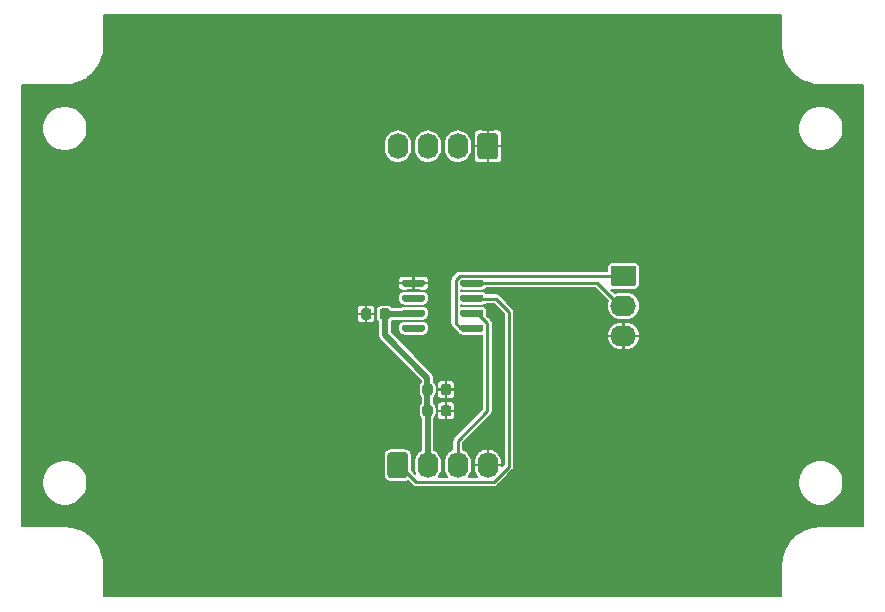
<source format=gbl>
G04 #@! TF.GenerationSoftware,KiCad,Pcbnew,(5.1.6)-1*
G04 #@! TF.CreationDate,2022-06-26T15:17:10+10:00*
G04 #@! TF.ProjectId,wind_sensors,77696e64-5f73-4656-9e73-6f72732e6b69,rev?*
G04 #@! TF.SameCoordinates,Original*
G04 #@! TF.FileFunction,Copper,L2,Bot*
G04 #@! TF.FilePolarity,Positive*
%FSLAX46Y46*%
G04 Gerber Fmt 4.6, Leading zero omitted, Abs format (unit mm)*
G04 Created by KiCad (PCBNEW (5.1.6)-1) date 2022-06-26 15:17:10*
%MOMM*%
%LPD*%
G01*
G04 APERTURE LIST*
G04 #@! TA.AperFunction,ComponentPad*
%ADD10O,2.190000X1.740000*%
G04 #@! TD*
G04 #@! TA.AperFunction,ComponentPad*
%ADD11O,1.740000X2.190000*%
G04 #@! TD*
G04 #@! TA.AperFunction,ViaPad*
%ADD12C,0.800000*%
G04 #@! TD*
G04 #@! TA.AperFunction,Conductor*
%ADD13C,0.250000*%
G04 #@! TD*
G04 #@! TA.AperFunction,Conductor*
%ADD14C,0.500000*%
G04 #@! TD*
G04 #@! TA.AperFunction,Conductor*
%ADD15C,0.200000*%
G04 #@! TD*
G04 APERTURE END LIST*
G04 #@! TA.AperFunction,SMDPad,CuDef*
G36*
G01*
X145400000Y-103655000D02*
X145400000Y-103355000D01*
G75*
G02*
X145550000Y-103205000I150000J0D01*
G01*
X147200000Y-103205000D01*
G75*
G02*
X147350000Y-103355000I0J-150000D01*
G01*
X147350000Y-103655000D01*
G75*
G02*
X147200000Y-103805000I-150000J0D01*
G01*
X145550000Y-103805000D01*
G75*
G02*
X145400000Y-103655000I0J150000D01*
G01*
G37*
G04 #@! TD.AperFunction*
G04 #@! TA.AperFunction,SMDPad,CuDef*
G36*
G01*
X145400000Y-102385000D02*
X145400000Y-102085000D01*
G75*
G02*
X145550000Y-101935000I150000J0D01*
G01*
X147200000Y-101935000D01*
G75*
G02*
X147350000Y-102085000I0J-150000D01*
G01*
X147350000Y-102385000D01*
G75*
G02*
X147200000Y-102535000I-150000J0D01*
G01*
X145550000Y-102535000D01*
G75*
G02*
X145400000Y-102385000I0J150000D01*
G01*
G37*
G04 #@! TD.AperFunction*
G04 #@! TA.AperFunction,SMDPad,CuDef*
G36*
G01*
X145400000Y-101115000D02*
X145400000Y-100815000D01*
G75*
G02*
X145550000Y-100665000I150000J0D01*
G01*
X147200000Y-100665000D01*
G75*
G02*
X147350000Y-100815000I0J-150000D01*
G01*
X147350000Y-101115000D01*
G75*
G02*
X147200000Y-101265000I-150000J0D01*
G01*
X145550000Y-101265000D01*
G75*
G02*
X145400000Y-101115000I0J150000D01*
G01*
G37*
G04 #@! TD.AperFunction*
G04 #@! TA.AperFunction,SMDPad,CuDef*
G36*
G01*
X145400000Y-99845000D02*
X145400000Y-99545000D01*
G75*
G02*
X145550000Y-99395000I150000J0D01*
G01*
X147200000Y-99395000D01*
G75*
G02*
X147350000Y-99545000I0J-150000D01*
G01*
X147350000Y-99845000D01*
G75*
G02*
X147200000Y-99995000I-150000J0D01*
G01*
X145550000Y-99995000D01*
G75*
G02*
X145400000Y-99845000I0J150000D01*
G01*
G37*
G04 #@! TD.AperFunction*
G04 #@! TA.AperFunction,SMDPad,CuDef*
G36*
G01*
X140450000Y-99845000D02*
X140450000Y-99545000D01*
G75*
G02*
X140600000Y-99395000I150000J0D01*
G01*
X142250000Y-99395000D01*
G75*
G02*
X142400000Y-99545000I0J-150000D01*
G01*
X142400000Y-99845000D01*
G75*
G02*
X142250000Y-99995000I-150000J0D01*
G01*
X140600000Y-99995000D01*
G75*
G02*
X140450000Y-99845000I0J150000D01*
G01*
G37*
G04 #@! TD.AperFunction*
G04 #@! TA.AperFunction,SMDPad,CuDef*
G36*
G01*
X140450000Y-101115000D02*
X140450000Y-100815000D01*
G75*
G02*
X140600000Y-100665000I150000J0D01*
G01*
X142250000Y-100665000D01*
G75*
G02*
X142400000Y-100815000I0J-150000D01*
G01*
X142400000Y-101115000D01*
G75*
G02*
X142250000Y-101265000I-150000J0D01*
G01*
X140600000Y-101265000D01*
G75*
G02*
X140450000Y-101115000I0J150000D01*
G01*
G37*
G04 #@! TD.AperFunction*
G04 #@! TA.AperFunction,SMDPad,CuDef*
G36*
G01*
X140450000Y-102385000D02*
X140450000Y-102085000D01*
G75*
G02*
X140600000Y-101935000I150000J0D01*
G01*
X142250000Y-101935000D01*
G75*
G02*
X142400000Y-102085000I0J-150000D01*
G01*
X142400000Y-102385000D01*
G75*
G02*
X142250000Y-102535000I-150000J0D01*
G01*
X140600000Y-102535000D01*
G75*
G02*
X140450000Y-102385000I0J150000D01*
G01*
G37*
G04 #@! TD.AperFunction*
G04 #@! TA.AperFunction,SMDPad,CuDef*
G36*
G01*
X140450000Y-103655000D02*
X140450000Y-103355000D01*
G75*
G02*
X140600000Y-103205000I150000J0D01*
G01*
X142250000Y-103205000D01*
G75*
G02*
X142400000Y-103355000I0J-150000D01*
G01*
X142400000Y-103655000D01*
G75*
G02*
X142250000Y-103805000I-150000J0D01*
G01*
X140600000Y-103805000D01*
G75*
G02*
X140450000Y-103655000I0J150000D01*
G01*
G37*
G04 #@! TD.AperFunction*
D10*
X159200000Y-104160000D03*
X159200000Y-101620000D03*
G04 #@! TA.AperFunction,ComponentPad*
G36*
G01*
X158354999Y-98210000D02*
X160045001Y-98210000D01*
G75*
G02*
X160295000Y-98459999I0J-249999D01*
G01*
X160295000Y-99700001D01*
G75*
G02*
X160045001Y-99950000I-249999J0D01*
G01*
X158354999Y-99950000D01*
G75*
G02*
X158105000Y-99700001I0J249999D01*
G01*
X158105000Y-98459999D01*
G75*
G02*
X158354999Y-98210000I249999J0D01*
G01*
G37*
G04 #@! TD.AperFunction*
D11*
X140090000Y-88100000D03*
X142630000Y-88100000D03*
X145170000Y-88100000D03*
G04 #@! TA.AperFunction,ComponentPad*
G36*
G01*
X148580000Y-87254999D02*
X148580000Y-88945001D01*
G75*
G02*
X148330001Y-89195000I-249999J0D01*
G01*
X147089999Y-89195000D01*
G75*
G02*
X146840000Y-88945001I0J249999D01*
G01*
X146840000Y-87254999D01*
G75*
G02*
X147089999Y-87005000I249999J0D01*
G01*
X148330001Y-87005000D01*
G75*
G02*
X148580000Y-87254999I0J-249999D01*
G01*
G37*
G04 #@! TD.AperFunction*
X147710000Y-115100000D03*
X145170000Y-115100000D03*
X142630000Y-115100000D03*
G04 #@! TA.AperFunction,ComponentPad*
G36*
G01*
X139220000Y-115945001D02*
X139220000Y-114254999D01*
G75*
G02*
X139469999Y-114005000I249999J0D01*
G01*
X140710001Y-114005000D01*
G75*
G02*
X140960000Y-114254999I0J-249999D01*
G01*
X140960000Y-115945001D01*
G75*
G02*
X140710001Y-116195000I-249999J0D01*
G01*
X139469999Y-116195000D01*
G75*
G02*
X139220000Y-115945001I0J249999D01*
G01*
G37*
G04 #@! TD.AperFunction*
G04 #@! TA.AperFunction,SMDPad,CuDef*
G36*
G01*
X137850000Y-102043750D02*
X137850000Y-102556250D01*
G75*
G02*
X137631250Y-102775000I-218750J0D01*
G01*
X137193750Y-102775000D01*
G75*
G02*
X136975000Y-102556250I0J218750D01*
G01*
X136975000Y-102043750D01*
G75*
G02*
X137193750Y-101825000I218750J0D01*
G01*
X137631250Y-101825000D01*
G75*
G02*
X137850000Y-102043750I0J-218750D01*
G01*
G37*
G04 #@! TD.AperFunction*
G04 #@! TA.AperFunction,SMDPad,CuDef*
G36*
G01*
X139425000Y-102043750D02*
X139425000Y-102556250D01*
G75*
G02*
X139206250Y-102775000I-218750J0D01*
G01*
X138768750Y-102775000D01*
G75*
G02*
X138550000Y-102556250I0J218750D01*
G01*
X138550000Y-102043750D01*
G75*
G02*
X138768750Y-101825000I218750J0D01*
G01*
X139206250Y-101825000D01*
G75*
G02*
X139425000Y-102043750I0J-218750D01*
G01*
G37*
G04 #@! TD.AperFunction*
G04 #@! TA.AperFunction,SMDPad,CuDef*
G36*
G01*
X143750000Y-110756250D02*
X143750000Y-110243750D01*
G75*
G02*
X143968750Y-110025000I218750J0D01*
G01*
X144406250Y-110025000D01*
G75*
G02*
X144625000Y-110243750I0J-218750D01*
G01*
X144625000Y-110756250D01*
G75*
G02*
X144406250Y-110975000I-218750J0D01*
G01*
X143968750Y-110975000D01*
G75*
G02*
X143750000Y-110756250I0J218750D01*
G01*
G37*
G04 #@! TD.AperFunction*
G04 #@! TA.AperFunction,SMDPad,CuDef*
G36*
G01*
X142175000Y-110756250D02*
X142175000Y-110243750D01*
G75*
G02*
X142393750Y-110025000I218750J0D01*
G01*
X142831250Y-110025000D01*
G75*
G02*
X143050000Y-110243750I0J-218750D01*
G01*
X143050000Y-110756250D01*
G75*
G02*
X142831250Y-110975000I-218750J0D01*
G01*
X142393750Y-110975000D01*
G75*
G02*
X142175000Y-110756250I0J218750D01*
G01*
G37*
G04 #@! TD.AperFunction*
G04 #@! TA.AperFunction,SMDPad,CuDef*
G36*
G01*
X143750000Y-108956250D02*
X143750000Y-108443750D01*
G75*
G02*
X143968750Y-108225000I218750J0D01*
G01*
X144406250Y-108225000D01*
G75*
G02*
X144625000Y-108443750I0J-218750D01*
G01*
X144625000Y-108956250D01*
G75*
G02*
X144406250Y-109175000I-218750J0D01*
G01*
X143968750Y-109175000D01*
G75*
G02*
X143750000Y-108956250I0J218750D01*
G01*
G37*
G04 #@! TD.AperFunction*
G04 #@! TA.AperFunction,SMDPad,CuDef*
G36*
G01*
X142175000Y-108956250D02*
X142175000Y-108443750D01*
G75*
G02*
X142393750Y-108225000I218750J0D01*
G01*
X142831250Y-108225000D01*
G75*
G02*
X143050000Y-108443750I0J-218750D01*
G01*
X143050000Y-108956250D01*
G75*
G02*
X142831250Y-109175000I-218750J0D01*
G01*
X142393750Y-109175000D01*
G75*
G02*
X142175000Y-108956250I0J218750D01*
G01*
G37*
G04 #@! TD.AperFunction*
D12*
X152000000Y-103600000D03*
X152000000Y-105500000D03*
X139300000Y-99700000D03*
X142800000Y-98100000D03*
X145200000Y-98100000D03*
X135800000Y-102300000D03*
X145700000Y-108700000D03*
X145700000Y-110500000D03*
X150500000Y-100700000D03*
X154800000Y-100700000D03*
X154800000Y-98100000D03*
X133900000Y-86200000D03*
X133900000Y-88000000D03*
X129700000Y-81600000D03*
X136620000Y-81600000D03*
X143540000Y-81600000D03*
X150460000Y-81600000D03*
X157380000Y-81600000D03*
X129700000Y-86985714D03*
X129700000Y-92371428D03*
X129700000Y-97757142D03*
X129700000Y-103142856D03*
X129700000Y-108528570D03*
X129700000Y-113914284D03*
X129700000Y-119300000D03*
X136620000Y-119300000D03*
X150460000Y-119300000D03*
X143540000Y-119300000D03*
X157380000Y-119300000D03*
X164300000Y-86885714D03*
X164300000Y-97657142D03*
X164300000Y-108428570D03*
X164300000Y-119200000D03*
X164300000Y-92271428D03*
X164300000Y-103042856D03*
X164300000Y-81500000D03*
X164300000Y-113814284D03*
X142800000Y-95600000D03*
X145200000Y-95600000D03*
X142800000Y-92850000D03*
X145200000Y-92850000D03*
X142800000Y-90100000D03*
X145200000Y-90100000D03*
X148600000Y-98100000D03*
X148600000Y-107000000D03*
X141500000Y-105000000D03*
X144000000Y-105000000D03*
X146500000Y-105000000D03*
D13*
X146375000Y-99695000D02*
X156995000Y-99695000D01*
X156995000Y-99695000D02*
X159000000Y-101700000D01*
X145400000Y-103505000D02*
X145000000Y-103105000D01*
X146375000Y-103505000D02*
X145400000Y-103505000D01*
X145353242Y-99069990D02*
X159269990Y-99069990D01*
X145000000Y-103105000D02*
X145000000Y-99423232D01*
X145000000Y-99423232D02*
X145353242Y-99069990D01*
X145170000Y-115100000D02*
X145170000Y-114130000D01*
X145170000Y-115100000D02*
X145170000Y-113030000D01*
X147675010Y-110524990D02*
X147675010Y-103075010D01*
X145170000Y-113030000D02*
X147675010Y-110524990D01*
X147675010Y-103075010D02*
X146900000Y-102300000D01*
X141620010Y-116520010D02*
X140100000Y-115000000D01*
X149500000Y-102100000D02*
X149500000Y-115224999D01*
X148400000Y-101000000D02*
X149500000Y-102100000D01*
X146500000Y-101000000D02*
X148400000Y-101000000D01*
X148204989Y-116520010D02*
X141620010Y-116520010D01*
X149500000Y-115224999D02*
X148204989Y-116520010D01*
D14*
X142630000Y-115100000D02*
X142630000Y-110530000D01*
X142630000Y-110530000D02*
X142600000Y-110500000D01*
X142600000Y-110500000D02*
X142600000Y-108600000D01*
X142600000Y-108600000D02*
X142600000Y-107700000D01*
X142600000Y-107700000D02*
X139000000Y-104100000D01*
X139000000Y-104100000D02*
X139000000Y-102300000D01*
X139000000Y-102300000D02*
X141400000Y-102300000D01*
D15*
G36*
X172555001Y-79616946D02*
G01*
X172555059Y-79617534D01*
X172555075Y-79622146D01*
X172556598Y-79637142D01*
X172556493Y-79652212D01*
X172556963Y-79657006D01*
X172618164Y-80239296D01*
X172624459Y-80269967D01*
X172630311Y-80300642D01*
X172631701Y-80305246D01*
X172631702Y-80305253D01*
X172631705Y-80305259D01*
X172804840Y-80864567D01*
X172816966Y-80893415D01*
X172828671Y-80922384D01*
X172830930Y-80926633D01*
X172830932Y-80926638D01*
X172830935Y-80926642D01*
X173109408Y-81441669D01*
X173126909Y-81467616D01*
X173144016Y-81493757D01*
X173147054Y-81497483D01*
X173147059Y-81497490D01*
X173147065Y-81497496D01*
X173520270Y-81948623D01*
X173542451Y-81970650D01*
X173564335Y-81992997D01*
X173568047Y-81996068D01*
X174021775Y-82366120D01*
X174047827Y-82383429D01*
X174073620Y-82401090D01*
X174077853Y-82403378D01*
X174077857Y-82403381D01*
X174077861Y-82403383D01*
X174594822Y-82678255D01*
X174623764Y-82690184D01*
X174652472Y-82702488D01*
X174657067Y-82703911D01*
X174657074Y-82703914D01*
X174657081Y-82703915D01*
X175217581Y-82873140D01*
X175248249Y-82879213D01*
X175278840Y-82885715D01*
X175283620Y-82886217D01*
X175283631Y-82886219D01*
X175283641Y-82886219D01*
X175865944Y-82943315D01*
X175883054Y-82945000D01*
X179500000Y-82945000D01*
X179500000Y-120255000D01*
X175883054Y-120255000D01*
X175882455Y-120255059D01*
X175877854Y-120255075D01*
X175862858Y-120256598D01*
X175847788Y-120256493D01*
X175842993Y-120256963D01*
X175260704Y-120318164D01*
X175230033Y-120324459D01*
X175199358Y-120330311D01*
X175194757Y-120331700D01*
X175194747Y-120331702D01*
X175194738Y-120331706D01*
X174635433Y-120504840D01*
X174606585Y-120516966D01*
X174577616Y-120528671D01*
X174573367Y-120530930D01*
X174573362Y-120530932D01*
X174573361Y-120530933D01*
X174058331Y-120809408D01*
X174032384Y-120826909D01*
X174006243Y-120844016D01*
X174002517Y-120847054D01*
X174002510Y-120847059D01*
X174002504Y-120847065D01*
X173551377Y-121220270D01*
X173529350Y-121242451D01*
X173507003Y-121264335D01*
X173503932Y-121268047D01*
X173133880Y-121721775D01*
X173116554Y-121747853D01*
X173098911Y-121773620D01*
X173096619Y-121777857D01*
X172821745Y-122294822D01*
X172809824Y-122323743D01*
X172797511Y-122352472D01*
X172796090Y-122357063D01*
X172796086Y-122357073D01*
X172796084Y-122357083D01*
X172626860Y-122917581D01*
X172620787Y-122948249D01*
X172614285Y-122978840D01*
X172613783Y-122983620D01*
X172613781Y-122983631D01*
X172613781Y-122983641D01*
X172556647Y-123566334D01*
X172556647Y-123566341D01*
X172555001Y-123583054D01*
X172555000Y-126200000D01*
X115245000Y-126200000D01*
X115245000Y-123583054D01*
X115244941Y-123582455D01*
X115244925Y-123577854D01*
X115243402Y-123562858D01*
X115243507Y-123547788D01*
X115243037Y-123542993D01*
X115181836Y-122960704D01*
X115175541Y-122930033D01*
X115169689Y-122899358D01*
X115168300Y-122894757D01*
X115168298Y-122894747D01*
X115168294Y-122894738D01*
X114995160Y-122335433D01*
X114983034Y-122306585D01*
X114971329Y-122277616D01*
X114969068Y-122273363D01*
X114969068Y-122273362D01*
X114969065Y-122273358D01*
X114690592Y-121758331D01*
X114673091Y-121732384D01*
X114655984Y-121706243D01*
X114652946Y-121702517D01*
X114652941Y-121702510D01*
X114652935Y-121702504D01*
X114279730Y-121251377D01*
X114257549Y-121229350D01*
X114235665Y-121207003D01*
X114231953Y-121203932D01*
X113778225Y-120833880D01*
X113752147Y-120816554D01*
X113726380Y-120798911D01*
X113722143Y-120796619D01*
X113205178Y-120521745D01*
X113176257Y-120509824D01*
X113147528Y-120497511D01*
X113142937Y-120496090D01*
X113142927Y-120496086D01*
X113142917Y-120496084D01*
X112582419Y-120326860D01*
X112551751Y-120320787D01*
X112521160Y-120314285D01*
X112516380Y-120313783D01*
X112516369Y-120313781D01*
X112516359Y-120313781D01*
X111934280Y-120256707D01*
X111916946Y-120255000D01*
X108300000Y-120255000D01*
X108300000Y-116410897D01*
X109980000Y-116410897D01*
X109980000Y-116789103D01*
X110053785Y-117160043D01*
X110198518Y-117509461D01*
X110408639Y-117823929D01*
X110676071Y-118091361D01*
X110990539Y-118301482D01*
X111339957Y-118446215D01*
X111710897Y-118520000D01*
X112089103Y-118520000D01*
X112460043Y-118446215D01*
X112809461Y-118301482D01*
X113123929Y-118091361D01*
X113391361Y-117823929D01*
X113601482Y-117509461D01*
X113746215Y-117160043D01*
X113820000Y-116789103D01*
X113820000Y-116410897D01*
X113746215Y-116039957D01*
X113601482Y-115690539D01*
X113391361Y-115376071D01*
X113123929Y-115108639D01*
X112809461Y-114898518D01*
X112460043Y-114753785D01*
X112089103Y-114680000D01*
X111710897Y-114680000D01*
X111339957Y-114753785D01*
X110990539Y-114898518D01*
X110676071Y-115108639D01*
X110408639Y-115376071D01*
X110198518Y-115690539D01*
X110053785Y-116039957D01*
X109980000Y-116410897D01*
X108300000Y-116410897D01*
X108300000Y-102775000D01*
X136653452Y-102775000D01*
X136659630Y-102837731D01*
X136677928Y-102898051D01*
X136707643Y-102953642D01*
X136747631Y-103002369D01*
X136796358Y-103042357D01*
X136851949Y-103072072D01*
X136912269Y-103090370D01*
X136975000Y-103096548D01*
X137322500Y-103095000D01*
X137402500Y-103015000D01*
X137402500Y-102310000D01*
X137422500Y-102310000D01*
X137422500Y-103015000D01*
X137502500Y-103095000D01*
X137850000Y-103096548D01*
X137912731Y-103090370D01*
X137973051Y-103072072D01*
X138028642Y-103042357D01*
X138077369Y-103002369D01*
X138117357Y-102953642D01*
X138147072Y-102898051D01*
X138165370Y-102837731D01*
X138171548Y-102775000D01*
X138170000Y-102390000D01*
X138090000Y-102310000D01*
X137422500Y-102310000D01*
X137402500Y-102310000D01*
X136735000Y-102310000D01*
X136655000Y-102390000D01*
X136653452Y-102775000D01*
X108300000Y-102775000D01*
X108300000Y-101825000D01*
X136653452Y-101825000D01*
X136655000Y-102210000D01*
X136735000Y-102290000D01*
X137402500Y-102290000D01*
X137402500Y-101585000D01*
X137422500Y-101585000D01*
X137422500Y-102290000D01*
X138090000Y-102290000D01*
X138170000Y-102210000D01*
X138170668Y-102043750D01*
X138228452Y-102043750D01*
X138228452Y-102556250D01*
X138238834Y-102661657D01*
X138269580Y-102763013D01*
X138319509Y-102856423D01*
X138386702Y-102938298D01*
X138430001Y-102973832D01*
X138430000Y-104072017D01*
X138427244Y-104100000D01*
X138430000Y-104127983D01*
X138430000Y-104127992D01*
X138438248Y-104211738D01*
X138470842Y-104319184D01*
X138523770Y-104418207D01*
X138550138Y-104450336D01*
X138595000Y-104505000D01*
X138616750Y-104522850D01*
X142030000Y-107936102D01*
X142030000Y-108046685D01*
X142011702Y-108061702D01*
X141944509Y-108143577D01*
X141894580Y-108236987D01*
X141863834Y-108338343D01*
X141853452Y-108443750D01*
X141853452Y-108956250D01*
X141863834Y-109061657D01*
X141894580Y-109163013D01*
X141944509Y-109256423D01*
X142011702Y-109338298D01*
X142030001Y-109353315D01*
X142030000Y-109846685D01*
X142011702Y-109861702D01*
X141944509Y-109943577D01*
X141894580Y-110036987D01*
X141863834Y-110138343D01*
X141853452Y-110243750D01*
X141853452Y-110756250D01*
X141863834Y-110861657D01*
X141894580Y-110963013D01*
X141944509Y-111056423D01*
X142011702Y-111138298D01*
X142060001Y-111177936D01*
X142060000Y-113830345D01*
X141965673Y-113880764D01*
X141784472Y-114029472D01*
X141635764Y-114210674D01*
X141525265Y-114417405D01*
X141457219Y-114641720D01*
X141440000Y-114816549D01*
X141440000Y-115383452D01*
X141457219Y-115558281D01*
X141525265Y-115782596D01*
X141540588Y-115811263D01*
X141281548Y-115552223D01*
X141281548Y-114254999D01*
X141270566Y-114143496D01*
X141238042Y-114036277D01*
X141185225Y-113937465D01*
X141114146Y-113850854D01*
X141027535Y-113779775D01*
X140928723Y-113726958D01*
X140821504Y-113694434D01*
X140710001Y-113683452D01*
X139469999Y-113683452D01*
X139358496Y-113694434D01*
X139251277Y-113726958D01*
X139152465Y-113779775D01*
X139065854Y-113850854D01*
X138994775Y-113937465D01*
X138941958Y-114036277D01*
X138909434Y-114143496D01*
X138898452Y-114254999D01*
X138898452Y-115945001D01*
X138909434Y-116056504D01*
X138941958Y-116163723D01*
X138994775Y-116262535D01*
X139065854Y-116349146D01*
X139152465Y-116420225D01*
X139251277Y-116473042D01*
X139358496Y-116505566D01*
X139469999Y-116516548D01*
X140710001Y-116516548D01*
X140821504Y-116505566D01*
X140928723Y-116473042D01*
X140938494Y-116467819D01*
X141289889Y-116819214D01*
X141303825Y-116836195D01*
X141371585Y-116891804D01*
X141448892Y-116933126D01*
X141532775Y-116958571D01*
X141620010Y-116967163D01*
X141641870Y-116965010D01*
X148183129Y-116965010D01*
X148204989Y-116967163D01*
X148292224Y-116958571D01*
X148376107Y-116933126D01*
X148453414Y-116891804D01*
X148521174Y-116836195D01*
X148535114Y-116819209D01*
X148943426Y-116410897D01*
X173980000Y-116410897D01*
X173980000Y-116789103D01*
X174053785Y-117160043D01*
X174198518Y-117509461D01*
X174408639Y-117823929D01*
X174676071Y-118091361D01*
X174990539Y-118301482D01*
X175339957Y-118446215D01*
X175710897Y-118520000D01*
X176089103Y-118520000D01*
X176460043Y-118446215D01*
X176809461Y-118301482D01*
X177123929Y-118091361D01*
X177391361Y-117823929D01*
X177601482Y-117509461D01*
X177746215Y-117160043D01*
X177820000Y-116789103D01*
X177820000Y-116410897D01*
X177746215Y-116039957D01*
X177601482Y-115690539D01*
X177391361Y-115376071D01*
X177123929Y-115108639D01*
X176809461Y-114898518D01*
X176460043Y-114753785D01*
X176089103Y-114680000D01*
X175710897Y-114680000D01*
X175339957Y-114753785D01*
X174990539Y-114898518D01*
X174676071Y-115108639D01*
X174408639Y-115376071D01*
X174198518Y-115690539D01*
X174053785Y-116039957D01*
X173980000Y-116410897D01*
X148943426Y-116410897D01*
X149799204Y-115555120D01*
X149816185Y-115541184D01*
X149871794Y-115473424D01*
X149913116Y-115396117D01*
X149938561Y-115312234D01*
X149945000Y-115246859D01*
X149945000Y-115246857D01*
X149947153Y-115225000D01*
X149945000Y-115203143D01*
X149945000Y-104356027D01*
X157801257Y-104356027D01*
X157805915Y-104382350D01*
X157871757Y-104606155D01*
X157979996Y-104812814D01*
X158126472Y-104994386D01*
X158305557Y-105143893D01*
X158510368Y-105255590D01*
X158733035Y-105325184D01*
X158965000Y-105350000D01*
X159190000Y-105350000D01*
X159190000Y-104170000D01*
X159210000Y-104170000D01*
X159210000Y-105350000D01*
X159435000Y-105350000D01*
X159666965Y-105325184D01*
X159889632Y-105255590D01*
X160094443Y-105143893D01*
X160273528Y-104994386D01*
X160420004Y-104812814D01*
X160528243Y-104606155D01*
X160594085Y-104382350D01*
X160598743Y-104356027D01*
X160534955Y-104170000D01*
X159210000Y-104170000D01*
X159190000Y-104170000D01*
X157865045Y-104170000D01*
X157801257Y-104356027D01*
X149945000Y-104356027D01*
X149945000Y-103963973D01*
X157801257Y-103963973D01*
X157865045Y-104150000D01*
X159190000Y-104150000D01*
X159190000Y-102970000D01*
X159210000Y-102970000D01*
X159210000Y-104150000D01*
X160534955Y-104150000D01*
X160598743Y-103963973D01*
X160594085Y-103937650D01*
X160528243Y-103713845D01*
X160420004Y-103507186D01*
X160273528Y-103325614D01*
X160094443Y-103176107D01*
X159889632Y-103064410D01*
X159666965Y-102994816D01*
X159435000Y-102970000D01*
X159210000Y-102970000D01*
X159190000Y-102970000D01*
X158965000Y-102970000D01*
X158733035Y-102994816D01*
X158510368Y-103064410D01*
X158305557Y-103176107D01*
X158126472Y-103325614D01*
X157979996Y-103507186D01*
X157871757Y-103713845D01*
X157805915Y-103937650D01*
X157801257Y-103963973D01*
X149945000Y-103963973D01*
X149945000Y-102121860D01*
X149947153Y-102100000D01*
X149938561Y-102012765D01*
X149932567Y-101993006D01*
X149913116Y-101928882D01*
X149871794Y-101851575D01*
X149816185Y-101783815D01*
X149799206Y-101769881D01*
X148730125Y-100700801D01*
X148716185Y-100683815D01*
X148648425Y-100628206D01*
X148571118Y-100586884D01*
X148487235Y-100561439D01*
X148421860Y-100555000D01*
X148400000Y-100552847D01*
X148378140Y-100555000D01*
X147593135Y-100555000D01*
X147592078Y-100553022D01*
X147533435Y-100481565D01*
X147461978Y-100422922D01*
X147380454Y-100379346D01*
X147291994Y-100352513D01*
X147200000Y-100343452D01*
X145550000Y-100343452D01*
X145458006Y-100352513D01*
X145445000Y-100356458D01*
X145445000Y-100303542D01*
X145458006Y-100307487D01*
X145550000Y-100316548D01*
X147200000Y-100316548D01*
X147291994Y-100307487D01*
X147380454Y-100280654D01*
X147461978Y-100237078D01*
X147533435Y-100178435D01*
X147564978Y-100140000D01*
X156810676Y-100140000D01*
X157861610Y-101190935D01*
X157802219Y-101386719D01*
X157779243Y-101620000D01*
X157802219Y-101853281D01*
X157870265Y-102077596D01*
X157980764Y-102284327D01*
X158129472Y-102465528D01*
X158310673Y-102614236D01*
X158517404Y-102724735D01*
X158741719Y-102792781D01*
X158916548Y-102810000D01*
X159483452Y-102810000D01*
X159658281Y-102792781D01*
X159882596Y-102724735D01*
X160089327Y-102614236D01*
X160270528Y-102465528D01*
X160419236Y-102284327D01*
X160529735Y-102077596D01*
X160597781Y-101853281D01*
X160620757Y-101620000D01*
X160597781Y-101386719D01*
X160529735Y-101162404D01*
X160419236Y-100955673D01*
X160270528Y-100774472D01*
X160089327Y-100625764D01*
X159882596Y-100515265D01*
X159658281Y-100447219D01*
X159483452Y-100430000D01*
X158916548Y-100430000D01*
X158741719Y-100447219D01*
X158517404Y-100515265D01*
X158469953Y-100540628D01*
X158166549Y-100237225D01*
X158243496Y-100260566D01*
X158354999Y-100271548D01*
X160045001Y-100271548D01*
X160156504Y-100260566D01*
X160263723Y-100228042D01*
X160362535Y-100175225D01*
X160449146Y-100104146D01*
X160520225Y-100017535D01*
X160573042Y-99918723D01*
X160605566Y-99811504D01*
X160616548Y-99700001D01*
X160616548Y-98459999D01*
X160605566Y-98348496D01*
X160573042Y-98241277D01*
X160520225Y-98142465D01*
X160449146Y-98055854D01*
X160362535Y-97984775D01*
X160263723Y-97931958D01*
X160156504Y-97899434D01*
X160045001Y-97888452D01*
X158354999Y-97888452D01*
X158243496Y-97899434D01*
X158136277Y-97931958D01*
X158037465Y-97984775D01*
X157950854Y-98055854D01*
X157879775Y-98142465D01*
X157826958Y-98241277D01*
X157794434Y-98348496D01*
X157783452Y-98459999D01*
X157783452Y-98624990D01*
X145375102Y-98624990D01*
X145353242Y-98622837D01*
X145266007Y-98631429D01*
X145182123Y-98656874D01*
X145104817Y-98698196D01*
X145037057Y-98753805D01*
X145023121Y-98770786D01*
X144700796Y-99093112D01*
X144683816Y-99107047D01*
X144628207Y-99174807D01*
X144608559Y-99211565D01*
X144586885Y-99252114D01*
X144561439Y-99335997D01*
X144552847Y-99423232D01*
X144555001Y-99445102D01*
X144555000Y-103083140D01*
X144552847Y-103105000D01*
X144555000Y-103126859D01*
X144561439Y-103192234D01*
X144586884Y-103276117D01*
X144628206Y-103353424D01*
X144683815Y-103421185D01*
X144700801Y-103435125D01*
X145069879Y-103804204D01*
X145083815Y-103821185D01*
X145124618Y-103854671D01*
X145157922Y-103916978D01*
X145216565Y-103988435D01*
X145288022Y-104047078D01*
X145369546Y-104090654D01*
X145458006Y-104117487D01*
X145550000Y-104126548D01*
X147200000Y-104126548D01*
X147230011Y-104123592D01*
X147230010Y-110340665D01*
X144870796Y-112699880D01*
X144853816Y-112713815D01*
X144798207Y-112781575D01*
X144756885Y-112858882D01*
X144731439Y-112942765D01*
X144722847Y-113030000D01*
X144725001Y-113051869D01*
X144725001Y-113766444D01*
X144712404Y-113770265D01*
X144505673Y-113880764D01*
X144324472Y-114029472D01*
X144175764Y-114210674D01*
X144065265Y-114417405D01*
X143997219Y-114641720D01*
X143980000Y-114816549D01*
X143980000Y-115383452D01*
X143997219Y-115558281D01*
X144065265Y-115782596D01*
X144175765Y-115989327D01*
X144246083Y-116075010D01*
X143553918Y-116075010D01*
X143624236Y-115989327D01*
X143734735Y-115782595D01*
X143802781Y-115558280D01*
X143820000Y-115383451D01*
X143820000Y-114816548D01*
X143802781Y-114641719D01*
X143734735Y-114417404D01*
X143624236Y-114210673D01*
X143475528Y-114029472D01*
X143294326Y-113880764D01*
X143200000Y-113830346D01*
X143200000Y-111149211D01*
X143213298Y-111138298D01*
X143280491Y-111056423D01*
X143324012Y-110975000D01*
X143428452Y-110975000D01*
X143434630Y-111037731D01*
X143452928Y-111098051D01*
X143482643Y-111153642D01*
X143522631Y-111202369D01*
X143571358Y-111242357D01*
X143626949Y-111272072D01*
X143687269Y-111290370D01*
X143750000Y-111296548D01*
X144097500Y-111295000D01*
X144177500Y-111215000D01*
X144177500Y-110510000D01*
X144197500Y-110510000D01*
X144197500Y-111215000D01*
X144277500Y-111295000D01*
X144625000Y-111296548D01*
X144687731Y-111290370D01*
X144748051Y-111272072D01*
X144803642Y-111242357D01*
X144852369Y-111202369D01*
X144892357Y-111153642D01*
X144922072Y-111098051D01*
X144940370Y-111037731D01*
X144946548Y-110975000D01*
X144945000Y-110590000D01*
X144865000Y-110510000D01*
X144197500Y-110510000D01*
X144177500Y-110510000D01*
X143510000Y-110510000D01*
X143430000Y-110590000D01*
X143428452Y-110975000D01*
X143324012Y-110975000D01*
X143330420Y-110963013D01*
X143361166Y-110861657D01*
X143371548Y-110756250D01*
X143371548Y-110243750D01*
X143361166Y-110138343D01*
X143330420Y-110036987D01*
X143324013Y-110025000D01*
X143428452Y-110025000D01*
X143430000Y-110410000D01*
X143510000Y-110490000D01*
X144177500Y-110490000D01*
X144177500Y-109785000D01*
X144197500Y-109785000D01*
X144197500Y-110490000D01*
X144865000Y-110490000D01*
X144945000Y-110410000D01*
X144946548Y-110025000D01*
X144940370Y-109962269D01*
X144922072Y-109901949D01*
X144892357Y-109846358D01*
X144852369Y-109797631D01*
X144803642Y-109757643D01*
X144748051Y-109727928D01*
X144687731Y-109709630D01*
X144625000Y-109703452D01*
X144277500Y-109705000D01*
X144197500Y-109785000D01*
X144177500Y-109785000D01*
X144097500Y-109705000D01*
X143750000Y-109703452D01*
X143687269Y-109709630D01*
X143626949Y-109727928D01*
X143571358Y-109757643D01*
X143522631Y-109797631D01*
X143482643Y-109846358D01*
X143452928Y-109901949D01*
X143434630Y-109962269D01*
X143428452Y-110025000D01*
X143324013Y-110025000D01*
X143280491Y-109943577D01*
X143213298Y-109861702D01*
X143170000Y-109826168D01*
X143170000Y-109373832D01*
X143213298Y-109338298D01*
X143280491Y-109256423D01*
X143324012Y-109175000D01*
X143428452Y-109175000D01*
X143434630Y-109237731D01*
X143452928Y-109298051D01*
X143482643Y-109353642D01*
X143522631Y-109402369D01*
X143571358Y-109442357D01*
X143626949Y-109472072D01*
X143687269Y-109490370D01*
X143750000Y-109496548D01*
X144097500Y-109495000D01*
X144177500Y-109415000D01*
X144177500Y-108710000D01*
X144197500Y-108710000D01*
X144197500Y-109415000D01*
X144277500Y-109495000D01*
X144625000Y-109496548D01*
X144687731Y-109490370D01*
X144748051Y-109472072D01*
X144803642Y-109442357D01*
X144852369Y-109402369D01*
X144892357Y-109353642D01*
X144922072Y-109298051D01*
X144940370Y-109237731D01*
X144946548Y-109175000D01*
X144945000Y-108790000D01*
X144865000Y-108710000D01*
X144197500Y-108710000D01*
X144177500Y-108710000D01*
X143510000Y-108710000D01*
X143430000Y-108790000D01*
X143428452Y-109175000D01*
X143324012Y-109175000D01*
X143330420Y-109163013D01*
X143361166Y-109061657D01*
X143371548Y-108956250D01*
X143371548Y-108443750D01*
X143361166Y-108338343D01*
X143330420Y-108236987D01*
X143324013Y-108225000D01*
X143428452Y-108225000D01*
X143430000Y-108610000D01*
X143510000Y-108690000D01*
X144177500Y-108690000D01*
X144177500Y-107985000D01*
X144197500Y-107985000D01*
X144197500Y-108690000D01*
X144865000Y-108690000D01*
X144945000Y-108610000D01*
X144946548Y-108225000D01*
X144940370Y-108162269D01*
X144922072Y-108101949D01*
X144892357Y-108046358D01*
X144852369Y-107997631D01*
X144803642Y-107957643D01*
X144748051Y-107927928D01*
X144687731Y-107909630D01*
X144625000Y-107903452D01*
X144277500Y-107905000D01*
X144197500Y-107985000D01*
X144177500Y-107985000D01*
X144097500Y-107905000D01*
X143750000Y-107903452D01*
X143687269Y-107909630D01*
X143626949Y-107927928D01*
X143571358Y-107957643D01*
X143522631Y-107997631D01*
X143482643Y-108046358D01*
X143452928Y-108101949D01*
X143434630Y-108162269D01*
X143428452Y-108225000D01*
X143324013Y-108225000D01*
X143280491Y-108143577D01*
X143213298Y-108061702D01*
X143170000Y-108026168D01*
X143170000Y-107727983D01*
X143172756Y-107700000D01*
X143170000Y-107672017D01*
X143170000Y-107672007D01*
X143161752Y-107588261D01*
X143129158Y-107480815D01*
X143102694Y-107431304D01*
X143076230Y-107381792D01*
X143022845Y-107316743D01*
X143022841Y-107316739D01*
X143005000Y-107295000D01*
X142983261Y-107277159D01*
X139570000Y-103863900D01*
X139570000Y-103355000D01*
X140128452Y-103355000D01*
X140128452Y-103655000D01*
X140137513Y-103746994D01*
X140164346Y-103835454D01*
X140207922Y-103916978D01*
X140266565Y-103988435D01*
X140338022Y-104047078D01*
X140419546Y-104090654D01*
X140508006Y-104117487D01*
X140600000Y-104126548D01*
X142250000Y-104126548D01*
X142341994Y-104117487D01*
X142430454Y-104090654D01*
X142511978Y-104047078D01*
X142583435Y-103988435D01*
X142642078Y-103916978D01*
X142685654Y-103835454D01*
X142712487Y-103746994D01*
X142721548Y-103655000D01*
X142721548Y-103355000D01*
X142712487Y-103263006D01*
X142685654Y-103174546D01*
X142642078Y-103093022D01*
X142583435Y-103021565D01*
X142511978Y-102962922D01*
X142430454Y-102919346D01*
X142341994Y-102892513D01*
X142250000Y-102883452D01*
X140600000Y-102883452D01*
X140508006Y-102892513D01*
X140419546Y-102919346D01*
X140338022Y-102962922D01*
X140266565Y-103021565D01*
X140207922Y-103093022D01*
X140164346Y-103174546D01*
X140137513Y-103263006D01*
X140128452Y-103355000D01*
X139570000Y-103355000D01*
X139570000Y-102953315D01*
X139588298Y-102938298D01*
X139644349Y-102870000D01*
X141427993Y-102870000D01*
X141511739Y-102861752D01*
X141528894Y-102856548D01*
X142250000Y-102856548D01*
X142341994Y-102847487D01*
X142430454Y-102820654D01*
X142511978Y-102777078D01*
X142583435Y-102718435D01*
X142642078Y-102646978D01*
X142685654Y-102565454D01*
X142712487Y-102476994D01*
X142721548Y-102385000D01*
X142721548Y-102085000D01*
X142712487Y-101993006D01*
X142685654Y-101904546D01*
X142642078Y-101823022D01*
X142583435Y-101751565D01*
X142511978Y-101692922D01*
X142430454Y-101649346D01*
X142341994Y-101622513D01*
X142250000Y-101613452D01*
X140600000Y-101613452D01*
X140508006Y-101622513D01*
X140419546Y-101649346D01*
X140338022Y-101692922D01*
X140292842Y-101730000D01*
X139644349Y-101730000D01*
X139588298Y-101661702D01*
X139506423Y-101594509D01*
X139413013Y-101544580D01*
X139311657Y-101513834D01*
X139206250Y-101503452D01*
X138768750Y-101503452D01*
X138663343Y-101513834D01*
X138561987Y-101544580D01*
X138468577Y-101594509D01*
X138386702Y-101661702D01*
X138319509Y-101743577D01*
X138269580Y-101836987D01*
X138238834Y-101938343D01*
X138228452Y-102043750D01*
X138170668Y-102043750D01*
X138171548Y-101825000D01*
X138165370Y-101762269D01*
X138147072Y-101701949D01*
X138117357Y-101646358D01*
X138077369Y-101597631D01*
X138028642Y-101557643D01*
X137973051Y-101527928D01*
X137912731Y-101509630D01*
X137850000Y-101503452D01*
X137502500Y-101505000D01*
X137422500Y-101585000D01*
X137402500Y-101585000D01*
X137322500Y-101505000D01*
X136975000Y-101503452D01*
X136912269Y-101509630D01*
X136851949Y-101527928D01*
X136796358Y-101557643D01*
X136747631Y-101597631D01*
X136707643Y-101646358D01*
X136677928Y-101701949D01*
X136659630Y-101762269D01*
X136653452Y-101825000D01*
X108300000Y-101825000D01*
X108300000Y-100815000D01*
X140128452Y-100815000D01*
X140128452Y-101115000D01*
X140137513Y-101206994D01*
X140164346Y-101295454D01*
X140207922Y-101376978D01*
X140266565Y-101448435D01*
X140338022Y-101507078D01*
X140419546Y-101550654D01*
X140508006Y-101577487D01*
X140600000Y-101586548D01*
X142250000Y-101586548D01*
X142341994Y-101577487D01*
X142430454Y-101550654D01*
X142511978Y-101507078D01*
X142583435Y-101448435D01*
X142642078Y-101376978D01*
X142685654Y-101295454D01*
X142712487Y-101206994D01*
X142721548Y-101115000D01*
X142721548Y-100815000D01*
X142712487Y-100723006D01*
X142685654Y-100634546D01*
X142642078Y-100553022D01*
X142583435Y-100481565D01*
X142511978Y-100422922D01*
X142430454Y-100379346D01*
X142341994Y-100352513D01*
X142250000Y-100343452D01*
X140600000Y-100343452D01*
X140508006Y-100352513D01*
X140419546Y-100379346D01*
X140338022Y-100422922D01*
X140266565Y-100481565D01*
X140207922Y-100553022D01*
X140164346Y-100634546D01*
X140137513Y-100723006D01*
X140128452Y-100815000D01*
X108300000Y-100815000D01*
X108300000Y-99995000D01*
X140128452Y-99995000D01*
X140134630Y-100057731D01*
X140152928Y-100118051D01*
X140182643Y-100173642D01*
X140222631Y-100222369D01*
X140271358Y-100262357D01*
X140326949Y-100292072D01*
X140387269Y-100310370D01*
X140450000Y-100316548D01*
X141335000Y-100315000D01*
X141415000Y-100235000D01*
X141415000Y-99705000D01*
X141435000Y-99705000D01*
X141435000Y-100235000D01*
X141515000Y-100315000D01*
X142400000Y-100316548D01*
X142462731Y-100310370D01*
X142523051Y-100292072D01*
X142578642Y-100262357D01*
X142627369Y-100222369D01*
X142667357Y-100173642D01*
X142697072Y-100118051D01*
X142715370Y-100057731D01*
X142721548Y-99995000D01*
X142720000Y-99785000D01*
X142640000Y-99705000D01*
X141435000Y-99705000D01*
X141415000Y-99705000D01*
X140210000Y-99705000D01*
X140130000Y-99785000D01*
X140128452Y-99995000D01*
X108300000Y-99995000D01*
X108300000Y-99395000D01*
X140128452Y-99395000D01*
X140130000Y-99605000D01*
X140210000Y-99685000D01*
X141415000Y-99685000D01*
X141415000Y-99155000D01*
X141435000Y-99155000D01*
X141435000Y-99685000D01*
X142640000Y-99685000D01*
X142720000Y-99605000D01*
X142721548Y-99395000D01*
X142715370Y-99332269D01*
X142697072Y-99271949D01*
X142667357Y-99216358D01*
X142627369Y-99167631D01*
X142578642Y-99127643D01*
X142523051Y-99097928D01*
X142462731Y-99079630D01*
X142400000Y-99073452D01*
X141515000Y-99075000D01*
X141435000Y-99155000D01*
X141415000Y-99155000D01*
X141335000Y-99075000D01*
X140450000Y-99073452D01*
X140387269Y-99079630D01*
X140326949Y-99097928D01*
X140271358Y-99127643D01*
X140222631Y-99167631D01*
X140182643Y-99216358D01*
X140152928Y-99271949D01*
X140134630Y-99332269D01*
X140128452Y-99395000D01*
X108300000Y-99395000D01*
X108300000Y-86410897D01*
X109980000Y-86410897D01*
X109980000Y-86789103D01*
X110053785Y-87160043D01*
X110198518Y-87509461D01*
X110408639Y-87823929D01*
X110676071Y-88091361D01*
X110990539Y-88301482D01*
X111339957Y-88446215D01*
X111710897Y-88520000D01*
X112089103Y-88520000D01*
X112460043Y-88446215D01*
X112809461Y-88301482D01*
X113123929Y-88091361D01*
X113391361Y-87823929D01*
X113396292Y-87816548D01*
X138900000Y-87816548D01*
X138900000Y-88383451D01*
X138917219Y-88558280D01*
X138985265Y-88782595D01*
X139095764Y-88989326D01*
X139244472Y-89170528D01*
X139425673Y-89319236D01*
X139632404Y-89429735D01*
X139856719Y-89497781D01*
X140090000Y-89520757D01*
X140323280Y-89497781D01*
X140547595Y-89429735D01*
X140754326Y-89319236D01*
X140935528Y-89170528D01*
X141084236Y-88989327D01*
X141194735Y-88782596D01*
X141262781Y-88558281D01*
X141280000Y-88383452D01*
X141280000Y-87816549D01*
X141280000Y-87816548D01*
X141440000Y-87816548D01*
X141440000Y-88383451D01*
X141457219Y-88558280D01*
X141525265Y-88782595D01*
X141635764Y-88989326D01*
X141784472Y-89170528D01*
X141965673Y-89319236D01*
X142172404Y-89429735D01*
X142396719Y-89497781D01*
X142630000Y-89520757D01*
X142863280Y-89497781D01*
X143087595Y-89429735D01*
X143294326Y-89319236D01*
X143475528Y-89170528D01*
X143624236Y-88989327D01*
X143734735Y-88782596D01*
X143802781Y-88558281D01*
X143820000Y-88383452D01*
X143820000Y-87816549D01*
X143820000Y-87816548D01*
X143980000Y-87816548D01*
X143980000Y-88383451D01*
X143997219Y-88558280D01*
X144065265Y-88782595D01*
X144175764Y-88989326D01*
X144324472Y-89170528D01*
X144505673Y-89319236D01*
X144712404Y-89429735D01*
X144936719Y-89497781D01*
X145170000Y-89520757D01*
X145403280Y-89497781D01*
X145627595Y-89429735D01*
X145834326Y-89319236D01*
X145985708Y-89195000D01*
X146518452Y-89195000D01*
X146524630Y-89257731D01*
X146542928Y-89318051D01*
X146572643Y-89373642D01*
X146612631Y-89422369D01*
X146661358Y-89462357D01*
X146716949Y-89492072D01*
X146777269Y-89510370D01*
X146840000Y-89516548D01*
X147620000Y-89515000D01*
X147700000Y-89435000D01*
X147700000Y-88110000D01*
X147720000Y-88110000D01*
X147720000Y-89435000D01*
X147800000Y-89515000D01*
X148580000Y-89516548D01*
X148642731Y-89510370D01*
X148703051Y-89492072D01*
X148758642Y-89462357D01*
X148807369Y-89422369D01*
X148847357Y-89373642D01*
X148877072Y-89318051D01*
X148895370Y-89257731D01*
X148901548Y-89195000D01*
X148900000Y-88190000D01*
X148820000Y-88110000D01*
X147720000Y-88110000D01*
X147700000Y-88110000D01*
X146600000Y-88110000D01*
X146520000Y-88190000D01*
X146518452Y-89195000D01*
X145985708Y-89195000D01*
X146015528Y-89170528D01*
X146164236Y-88989327D01*
X146274735Y-88782596D01*
X146342781Y-88558281D01*
X146360000Y-88383452D01*
X146360000Y-87816549D01*
X146342781Y-87641720D01*
X146274735Y-87417405D01*
X146164236Y-87210673D01*
X146015528Y-87029472D01*
X145985709Y-87005000D01*
X146518452Y-87005000D01*
X146520000Y-88010000D01*
X146600000Y-88090000D01*
X147700000Y-88090000D01*
X147700000Y-86765000D01*
X147720000Y-86765000D01*
X147720000Y-88090000D01*
X148820000Y-88090000D01*
X148900000Y-88010000D01*
X148901548Y-87005000D01*
X148895370Y-86942269D01*
X148877072Y-86881949D01*
X148847357Y-86826358D01*
X148807369Y-86777631D01*
X148758642Y-86737643D01*
X148703051Y-86707928D01*
X148642731Y-86689630D01*
X148580000Y-86683452D01*
X147800000Y-86685000D01*
X147720000Y-86765000D01*
X147700000Y-86765000D01*
X147620000Y-86685000D01*
X146840000Y-86683452D01*
X146777269Y-86689630D01*
X146716949Y-86707928D01*
X146661358Y-86737643D01*
X146612631Y-86777631D01*
X146572643Y-86826358D01*
X146542928Y-86881949D01*
X146524630Y-86942269D01*
X146518452Y-87005000D01*
X145985709Y-87005000D01*
X145834327Y-86880764D01*
X145627596Y-86770265D01*
X145403281Y-86702219D01*
X145170000Y-86679243D01*
X144936720Y-86702219D01*
X144712405Y-86770265D01*
X144505674Y-86880764D01*
X144324473Y-87029472D01*
X144175765Y-87210673D01*
X144065265Y-87417404D01*
X143997219Y-87641719D01*
X143980000Y-87816548D01*
X143820000Y-87816548D01*
X143802781Y-87641720D01*
X143734735Y-87417405D01*
X143624236Y-87210673D01*
X143475528Y-87029472D01*
X143294327Y-86880764D01*
X143087596Y-86770265D01*
X142863281Y-86702219D01*
X142630000Y-86679243D01*
X142396720Y-86702219D01*
X142172405Y-86770265D01*
X141965674Y-86880764D01*
X141784473Y-87029472D01*
X141635765Y-87210673D01*
X141525265Y-87417404D01*
X141457219Y-87641719D01*
X141440000Y-87816548D01*
X141280000Y-87816548D01*
X141262781Y-87641720D01*
X141194735Y-87417405D01*
X141084236Y-87210673D01*
X140935528Y-87029472D01*
X140754327Y-86880764D01*
X140547596Y-86770265D01*
X140323281Y-86702219D01*
X140090000Y-86679243D01*
X139856720Y-86702219D01*
X139632405Y-86770265D01*
X139425674Y-86880764D01*
X139244473Y-87029472D01*
X139095765Y-87210673D01*
X138985265Y-87417404D01*
X138917219Y-87641719D01*
X138900000Y-87816548D01*
X113396292Y-87816548D01*
X113601482Y-87509461D01*
X113746215Y-87160043D01*
X113820000Y-86789103D01*
X113820000Y-86410897D01*
X173980000Y-86410897D01*
X173980000Y-86789103D01*
X174053785Y-87160043D01*
X174198518Y-87509461D01*
X174408639Y-87823929D01*
X174676071Y-88091361D01*
X174990539Y-88301482D01*
X175339957Y-88446215D01*
X175710897Y-88520000D01*
X176089103Y-88520000D01*
X176460043Y-88446215D01*
X176809461Y-88301482D01*
X177123929Y-88091361D01*
X177391361Y-87823929D01*
X177601482Y-87509461D01*
X177746215Y-87160043D01*
X177820000Y-86789103D01*
X177820000Y-86410897D01*
X177746215Y-86039957D01*
X177601482Y-85690539D01*
X177391361Y-85376071D01*
X177123929Y-85108639D01*
X176809461Y-84898518D01*
X176460043Y-84753785D01*
X176089103Y-84680000D01*
X175710897Y-84680000D01*
X175339957Y-84753785D01*
X174990539Y-84898518D01*
X174676071Y-85108639D01*
X174408639Y-85376071D01*
X174198518Y-85690539D01*
X174053785Y-86039957D01*
X173980000Y-86410897D01*
X113820000Y-86410897D01*
X113746215Y-86039957D01*
X113601482Y-85690539D01*
X113391361Y-85376071D01*
X113123929Y-85108639D01*
X112809461Y-84898518D01*
X112460043Y-84753785D01*
X112089103Y-84680000D01*
X111710897Y-84680000D01*
X111339957Y-84753785D01*
X110990539Y-84898518D01*
X110676071Y-85108639D01*
X110408639Y-85376071D01*
X110198518Y-85690539D01*
X110053785Y-86039957D01*
X109980000Y-86410897D01*
X108300000Y-86410897D01*
X108300000Y-82945000D01*
X111916946Y-82945000D01*
X111917545Y-82944941D01*
X111922146Y-82944925D01*
X111937142Y-82943402D01*
X111952212Y-82943507D01*
X111957006Y-82943037D01*
X112539296Y-82881836D01*
X112569967Y-82875541D01*
X112600642Y-82869689D01*
X112605246Y-82868299D01*
X112605253Y-82868298D01*
X112605259Y-82868295D01*
X113164567Y-82695160D01*
X113193415Y-82683034D01*
X113222384Y-82671329D01*
X113226633Y-82669070D01*
X113226638Y-82669068D01*
X113226642Y-82669065D01*
X113741669Y-82390592D01*
X113767616Y-82373091D01*
X113793757Y-82355984D01*
X113797483Y-82352946D01*
X113797490Y-82352941D01*
X113797496Y-82352935D01*
X114248623Y-81979730D01*
X114270650Y-81957549D01*
X114292997Y-81935665D01*
X114296068Y-81931953D01*
X114666120Y-81478225D01*
X114683429Y-81452173D01*
X114701090Y-81426380D01*
X114703378Y-81422147D01*
X114703381Y-81422143D01*
X114703383Y-81422139D01*
X114978255Y-80905178D01*
X114990184Y-80876236D01*
X115002488Y-80847528D01*
X115003911Y-80842933D01*
X115003914Y-80842926D01*
X115003915Y-80842919D01*
X115173140Y-80282419D01*
X115179213Y-80251751D01*
X115185715Y-80221160D01*
X115186217Y-80216380D01*
X115186219Y-80216369D01*
X115186219Y-80216359D01*
X115243353Y-79633667D01*
X115245000Y-79616946D01*
X115245000Y-77000000D01*
X172555000Y-77000000D01*
X172555001Y-79616946D01*
G37*
X172555001Y-79616946D02*
X172555059Y-79617534D01*
X172555075Y-79622146D01*
X172556598Y-79637142D01*
X172556493Y-79652212D01*
X172556963Y-79657006D01*
X172618164Y-80239296D01*
X172624459Y-80269967D01*
X172630311Y-80300642D01*
X172631701Y-80305246D01*
X172631702Y-80305253D01*
X172631705Y-80305259D01*
X172804840Y-80864567D01*
X172816966Y-80893415D01*
X172828671Y-80922384D01*
X172830930Y-80926633D01*
X172830932Y-80926638D01*
X172830935Y-80926642D01*
X173109408Y-81441669D01*
X173126909Y-81467616D01*
X173144016Y-81493757D01*
X173147054Y-81497483D01*
X173147059Y-81497490D01*
X173147065Y-81497496D01*
X173520270Y-81948623D01*
X173542451Y-81970650D01*
X173564335Y-81992997D01*
X173568047Y-81996068D01*
X174021775Y-82366120D01*
X174047827Y-82383429D01*
X174073620Y-82401090D01*
X174077853Y-82403378D01*
X174077857Y-82403381D01*
X174077861Y-82403383D01*
X174594822Y-82678255D01*
X174623764Y-82690184D01*
X174652472Y-82702488D01*
X174657067Y-82703911D01*
X174657074Y-82703914D01*
X174657081Y-82703915D01*
X175217581Y-82873140D01*
X175248249Y-82879213D01*
X175278840Y-82885715D01*
X175283620Y-82886217D01*
X175283631Y-82886219D01*
X175283641Y-82886219D01*
X175865944Y-82943315D01*
X175883054Y-82945000D01*
X179500000Y-82945000D01*
X179500000Y-120255000D01*
X175883054Y-120255000D01*
X175882455Y-120255059D01*
X175877854Y-120255075D01*
X175862858Y-120256598D01*
X175847788Y-120256493D01*
X175842993Y-120256963D01*
X175260704Y-120318164D01*
X175230033Y-120324459D01*
X175199358Y-120330311D01*
X175194757Y-120331700D01*
X175194747Y-120331702D01*
X175194738Y-120331706D01*
X174635433Y-120504840D01*
X174606585Y-120516966D01*
X174577616Y-120528671D01*
X174573367Y-120530930D01*
X174573362Y-120530932D01*
X174573361Y-120530933D01*
X174058331Y-120809408D01*
X174032384Y-120826909D01*
X174006243Y-120844016D01*
X174002517Y-120847054D01*
X174002510Y-120847059D01*
X174002504Y-120847065D01*
X173551377Y-121220270D01*
X173529350Y-121242451D01*
X173507003Y-121264335D01*
X173503932Y-121268047D01*
X173133880Y-121721775D01*
X173116554Y-121747853D01*
X173098911Y-121773620D01*
X173096619Y-121777857D01*
X172821745Y-122294822D01*
X172809824Y-122323743D01*
X172797511Y-122352472D01*
X172796090Y-122357063D01*
X172796086Y-122357073D01*
X172796084Y-122357083D01*
X172626860Y-122917581D01*
X172620787Y-122948249D01*
X172614285Y-122978840D01*
X172613783Y-122983620D01*
X172613781Y-122983631D01*
X172613781Y-122983641D01*
X172556647Y-123566334D01*
X172556647Y-123566341D01*
X172555001Y-123583054D01*
X172555000Y-126200000D01*
X115245000Y-126200000D01*
X115245000Y-123583054D01*
X115244941Y-123582455D01*
X115244925Y-123577854D01*
X115243402Y-123562858D01*
X115243507Y-123547788D01*
X115243037Y-123542993D01*
X115181836Y-122960704D01*
X115175541Y-122930033D01*
X115169689Y-122899358D01*
X115168300Y-122894757D01*
X115168298Y-122894747D01*
X115168294Y-122894738D01*
X114995160Y-122335433D01*
X114983034Y-122306585D01*
X114971329Y-122277616D01*
X114969068Y-122273363D01*
X114969068Y-122273362D01*
X114969065Y-122273358D01*
X114690592Y-121758331D01*
X114673091Y-121732384D01*
X114655984Y-121706243D01*
X114652946Y-121702517D01*
X114652941Y-121702510D01*
X114652935Y-121702504D01*
X114279730Y-121251377D01*
X114257549Y-121229350D01*
X114235665Y-121207003D01*
X114231953Y-121203932D01*
X113778225Y-120833880D01*
X113752147Y-120816554D01*
X113726380Y-120798911D01*
X113722143Y-120796619D01*
X113205178Y-120521745D01*
X113176257Y-120509824D01*
X113147528Y-120497511D01*
X113142937Y-120496090D01*
X113142927Y-120496086D01*
X113142917Y-120496084D01*
X112582419Y-120326860D01*
X112551751Y-120320787D01*
X112521160Y-120314285D01*
X112516380Y-120313783D01*
X112516369Y-120313781D01*
X112516359Y-120313781D01*
X111934280Y-120256707D01*
X111916946Y-120255000D01*
X108300000Y-120255000D01*
X108300000Y-116410897D01*
X109980000Y-116410897D01*
X109980000Y-116789103D01*
X110053785Y-117160043D01*
X110198518Y-117509461D01*
X110408639Y-117823929D01*
X110676071Y-118091361D01*
X110990539Y-118301482D01*
X111339957Y-118446215D01*
X111710897Y-118520000D01*
X112089103Y-118520000D01*
X112460043Y-118446215D01*
X112809461Y-118301482D01*
X113123929Y-118091361D01*
X113391361Y-117823929D01*
X113601482Y-117509461D01*
X113746215Y-117160043D01*
X113820000Y-116789103D01*
X113820000Y-116410897D01*
X113746215Y-116039957D01*
X113601482Y-115690539D01*
X113391361Y-115376071D01*
X113123929Y-115108639D01*
X112809461Y-114898518D01*
X112460043Y-114753785D01*
X112089103Y-114680000D01*
X111710897Y-114680000D01*
X111339957Y-114753785D01*
X110990539Y-114898518D01*
X110676071Y-115108639D01*
X110408639Y-115376071D01*
X110198518Y-115690539D01*
X110053785Y-116039957D01*
X109980000Y-116410897D01*
X108300000Y-116410897D01*
X108300000Y-102775000D01*
X136653452Y-102775000D01*
X136659630Y-102837731D01*
X136677928Y-102898051D01*
X136707643Y-102953642D01*
X136747631Y-103002369D01*
X136796358Y-103042357D01*
X136851949Y-103072072D01*
X136912269Y-103090370D01*
X136975000Y-103096548D01*
X137322500Y-103095000D01*
X137402500Y-103015000D01*
X137402500Y-102310000D01*
X137422500Y-102310000D01*
X137422500Y-103015000D01*
X137502500Y-103095000D01*
X137850000Y-103096548D01*
X137912731Y-103090370D01*
X137973051Y-103072072D01*
X138028642Y-103042357D01*
X138077369Y-103002369D01*
X138117357Y-102953642D01*
X138147072Y-102898051D01*
X138165370Y-102837731D01*
X138171548Y-102775000D01*
X138170000Y-102390000D01*
X138090000Y-102310000D01*
X137422500Y-102310000D01*
X137402500Y-102310000D01*
X136735000Y-102310000D01*
X136655000Y-102390000D01*
X136653452Y-102775000D01*
X108300000Y-102775000D01*
X108300000Y-101825000D01*
X136653452Y-101825000D01*
X136655000Y-102210000D01*
X136735000Y-102290000D01*
X137402500Y-102290000D01*
X137402500Y-101585000D01*
X137422500Y-101585000D01*
X137422500Y-102290000D01*
X138090000Y-102290000D01*
X138170000Y-102210000D01*
X138170668Y-102043750D01*
X138228452Y-102043750D01*
X138228452Y-102556250D01*
X138238834Y-102661657D01*
X138269580Y-102763013D01*
X138319509Y-102856423D01*
X138386702Y-102938298D01*
X138430001Y-102973832D01*
X138430000Y-104072017D01*
X138427244Y-104100000D01*
X138430000Y-104127983D01*
X138430000Y-104127992D01*
X138438248Y-104211738D01*
X138470842Y-104319184D01*
X138523770Y-104418207D01*
X138550138Y-104450336D01*
X138595000Y-104505000D01*
X138616750Y-104522850D01*
X142030000Y-107936102D01*
X142030000Y-108046685D01*
X142011702Y-108061702D01*
X141944509Y-108143577D01*
X141894580Y-108236987D01*
X141863834Y-108338343D01*
X141853452Y-108443750D01*
X141853452Y-108956250D01*
X141863834Y-109061657D01*
X141894580Y-109163013D01*
X141944509Y-109256423D01*
X142011702Y-109338298D01*
X142030001Y-109353315D01*
X142030000Y-109846685D01*
X142011702Y-109861702D01*
X141944509Y-109943577D01*
X141894580Y-110036987D01*
X141863834Y-110138343D01*
X141853452Y-110243750D01*
X141853452Y-110756250D01*
X141863834Y-110861657D01*
X141894580Y-110963013D01*
X141944509Y-111056423D01*
X142011702Y-111138298D01*
X142060001Y-111177936D01*
X142060000Y-113830345D01*
X141965673Y-113880764D01*
X141784472Y-114029472D01*
X141635764Y-114210674D01*
X141525265Y-114417405D01*
X141457219Y-114641720D01*
X141440000Y-114816549D01*
X141440000Y-115383452D01*
X141457219Y-115558281D01*
X141525265Y-115782596D01*
X141540588Y-115811263D01*
X141281548Y-115552223D01*
X141281548Y-114254999D01*
X141270566Y-114143496D01*
X141238042Y-114036277D01*
X141185225Y-113937465D01*
X141114146Y-113850854D01*
X141027535Y-113779775D01*
X140928723Y-113726958D01*
X140821504Y-113694434D01*
X140710001Y-113683452D01*
X139469999Y-113683452D01*
X139358496Y-113694434D01*
X139251277Y-113726958D01*
X139152465Y-113779775D01*
X139065854Y-113850854D01*
X138994775Y-113937465D01*
X138941958Y-114036277D01*
X138909434Y-114143496D01*
X138898452Y-114254999D01*
X138898452Y-115945001D01*
X138909434Y-116056504D01*
X138941958Y-116163723D01*
X138994775Y-116262535D01*
X139065854Y-116349146D01*
X139152465Y-116420225D01*
X139251277Y-116473042D01*
X139358496Y-116505566D01*
X139469999Y-116516548D01*
X140710001Y-116516548D01*
X140821504Y-116505566D01*
X140928723Y-116473042D01*
X140938494Y-116467819D01*
X141289889Y-116819214D01*
X141303825Y-116836195D01*
X141371585Y-116891804D01*
X141448892Y-116933126D01*
X141532775Y-116958571D01*
X141620010Y-116967163D01*
X141641870Y-116965010D01*
X148183129Y-116965010D01*
X148204989Y-116967163D01*
X148292224Y-116958571D01*
X148376107Y-116933126D01*
X148453414Y-116891804D01*
X148521174Y-116836195D01*
X148535114Y-116819209D01*
X148943426Y-116410897D01*
X173980000Y-116410897D01*
X173980000Y-116789103D01*
X174053785Y-117160043D01*
X174198518Y-117509461D01*
X174408639Y-117823929D01*
X174676071Y-118091361D01*
X174990539Y-118301482D01*
X175339957Y-118446215D01*
X175710897Y-118520000D01*
X176089103Y-118520000D01*
X176460043Y-118446215D01*
X176809461Y-118301482D01*
X177123929Y-118091361D01*
X177391361Y-117823929D01*
X177601482Y-117509461D01*
X177746215Y-117160043D01*
X177820000Y-116789103D01*
X177820000Y-116410897D01*
X177746215Y-116039957D01*
X177601482Y-115690539D01*
X177391361Y-115376071D01*
X177123929Y-115108639D01*
X176809461Y-114898518D01*
X176460043Y-114753785D01*
X176089103Y-114680000D01*
X175710897Y-114680000D01*
X175339957Y-114753785D01*
X174990539Y-114898518D01*
X174676071Y-115108639D01*
X174408639Y-115376071D01*
X174198518Y-115690539D01*
X174053785Y-116039957D01*
X173980000Y-116410897D01*
X148943426Y-116410897D01*
X149799204Y-115555120D01*
X149816185Y-115541184D01*
X149871794Y-115473424D01*
X149913116Y-115396117D01*
X149938561Y-115312234D01*
X149945000Y-115246859D01*
X149945000Y-115246857D01*
X149947153Y-115225000D01*
X149945000Y-115203143D01*
X149945000Y-104356027D01*
X157801257Y-104356027D01*
X157805915Y-104382350D01*
X157871757Y-104606155D01*
X157979996Y-104812814D01*
X158126472Y-104994386D01*
X158305557Y-105143893D01*
X158510368Y-105255590D01*
X158733035Y-105325184D01*
X158965000Y-105350000D01*
X159190000Y-105350000D01*
X159190000Y-104170000D01*
X159210000Y-104170000D01*
X159210000Y-105350000D01*
X159435000Y-105350000D01*
X159666965Y-105325184D01*
X159889632Y-105255590D01*
X160094443Y-105143893D01*
X160273528Y-104994386D01*
X160420004Y-104812814D01*
X160528243Y-104606155D01*
X160594085Y-104382350D01*
X160598743Y-104356027D01*
X160534955Y-104170000D01*
X159210000Y-104170000D01*
X159190000Y-104170000D01*
X157865045Y-104170000D01*
X157801257Y-104356027D01*
X149945000Y-104356027D01*
X149945000Y-103963973D01*
X157801257Y-103963973D01*
X157865045Y-104150000D01*
X159190000Y-104150000D01*
X159190000Y-102970000D01*
X159210000Y-102970000D01*
X159210000Y-104150000D01*
X160534955Y-104150000D01*
X160598743Y-103963973D01*
X160594085Y-103937650D01*
X160528243Y-103713845D01*
X160420004Y-103507186D01*
X160273528Y-103325614D01*
X160094443Y-103176107D01*
X159889632Y-103064410D01*
X159666965Y-102994816D01*
X159435000Y-102970000D01*
X159210000Y-102970000D01*
X159190000Y-102970000D01*
X158965000Y-102970000D01*
X158733035Y-102994816D01*
X158510368Y-103064410D01*
X158305557Y-103176107D01*
X158126472Y-103325614D01*
X157979996Y-103507186D01*
X157871757Y-103713845D01*
X157805915Y-103937650D01*
X157801257Y-103963973D01*
X149945000Y-103963973D01*
X149945000Y-102121860D01*
X149947153Y-102100000D01*
X149938561Y-102012765D01*
X149932567Y-101993006D01*
X149913116Y-101928882D01*
X149871794Y-101851575D01*
X149816185Y-101783815D01*
X149799206Y-101769881D01*
X148730125Y-100700801D01*
X148716185Y-100683815D01*
X148648425Y-100628206D01*
X148571118Y-100586884D01*
X148487235Y-100561439D01*
X148421860Y-100555000D01*
X148400000Y-100552847D01*
X148378140Y-100555000D01*
X147593135Y-100555000D01*
X147592078Y-100553022D01*
X147533435Y-100481565D01*
X147461978Y-100422922D01*
X147380454Y-100379346D01*
X147291994Y-100352513D01*
X147200000Y-100343452D01*
X145550000Y-100343452D01*
X145458006Y-100352513D01*
X145445000Y-100356458D01*
X145445000Y-100303542D01*
X145458006Y-100307487D01*
X145550000Y-100316548D01*
X147200000Y-100316548D01*
X147291994Y-100307487D01*
X147380454Y-100280654D01*
X147461978Y-100237078D01*
X147533435Y-100178435D01*
X147564978Y-100140000D01*
X156810676Y-100140000D01*
X157861610Y-101190935D01*
X157802219Y-101386719D01*
X157779243Y-101620000D01*
X157802219Y-101853281D01*
X157870265Y-102077596D01*
X157980764Y-102284327D01*
X158129472Y-102465528D01*
X158310673Y-102614236D01*
X158517404Y-102724735D01*
X158741719Y-102792781D01*
X158916548Y-102810000D01*
X159483452Y-102810000D01*
X159658281Y-102792781D01*
X159882596Y-102724735D01*
X160089327Y-102614236D01*
X160270528Y-102465528D01*
X160419236Y-102284327D01*
X160529735Y-102077596D01*
X160597781Y-101853281D01*
X160620757Y-101620000D01*
X160597781Y-101386719D01*
X160529735Y-101162404D01*
X160419236Y-100955673D01*
X160270528Y-100774472D01*
X160089327Y-100625764D01*
X159882596Y-100515265D01*
X159658281Y-100447219D01*
X159483452Y-100430000D01*
X158916548Y-100430000D01*
X158741719Y-100447219D01*
X158517404Y-100515265D01*
X158469953Y-100540628D01*
X158166549Y-100237225D01*
X158243496Y-100260566D01*
X158354999Y-100271548D01*
X160045001Y-100271548D01*
X160156504Y-100260566D01*
X160263723Y-100228042D01*
X160362535Y-100175225D01*
X160449146Y-100104146D01*
X160520225Y-100017535D01*
X160573042Y-99918723D01*
X160605566Y-99811504D01*
X160616548Y-99700001D01*
X160616548Y-98459999D01*
X160605566Y-98348496D01*
X160573042Y-98241277D01*
X160520225Y-98142465D01*
X160449146Y-98055854D01*
X160362535Y-97984775D01*
X160263723Y-97931958D01*
X160156504Y-97899434D01*
X160045001Y-97888452D01*
X158354999Y-97888452D01*
X158243496Y-97899434D01*
X158136277Y-97931958D01*
X158037465Y-97984775D01*
X157950854Y-98055854D01*
X157879775Y-98142465D01*
X157826958Y-98241277D01*
X157794434Y-98348496D01*
X157783452Y-98459999D01*
X157783452Y-98624990D01*
X145375102Y-98624990D01*
X145353242Y-98622837D01*
X145266007Y-98631429D01*
X145182123Y-98656874D01*
X145104817Y-98698196D01*
X145037057Y-98753805D01*
X145023121Y-98770786D01*
X144700796Y-99093112D01*
X144683816Y-99107047D01*
X144628207Y-99174807D01*
X144608559Y-99211565D01*
X144586885Y-99252114D01*
X144561439Y-99335997D01*
X144552847Y-99423232D01*
X144555001Y-99445102D01*
X144555000Y-103083140D01*
X144552847Y-103105000D01*
X144555000Y-103126859D01*
X144561439Y-103192234D01*
X144586884Y-103276117D01*
X144628206Y-103353424D01*
X144683815Y-103421185D01*
X144700801Y-103435125D01*
X145069879Y-103804204D01*
X145083815Y-103821185D01*
X145124618Y-103854671D01*
X145157922Y-103916978D01*
X145216565Y-103988435D01*
X145288022Y-104047078D01*
X145369546Y-104090654D01*
X145458006Y-104117487D01*
X145550000Y-104126548D01*
X147200000Y-104126548D01*
X147230011Y-104123592D01*
X147230010Y-110340665D01*
X144870796Y-112699880D01*
X144853816Y-112713815D01*
X144798207Y-112781575D01*
X144756885Y-112858882D01*
X144731439Y-112942765D01*
X144722847Y-113030000D01*
X144725001Y-113051869D01*
X144725001Y-113766444D01*
X144712404Y-113770265D01*
X144505673Y-113880764D01*
X144324472Y-114029472D01*
X144175764Y-114210674D01*
X144065265Y-114417405D01*
X143997219Y-114641720D01*
X143980000Y-114816549D01*
X143980000Y-115383452D01*
X143997219Y-115558281D01*
X144065265Y-115782596D01*
X144175765Y-115989327D01*
X144246083Y-116075010D01*
X143553918Y-116075010D01*
X143624236Y-115989327D01*
X143734735Y-115782595D01*
X143802781Y-115558280D01*
X143820000Y-115383451D01*
X143820000Y-114816548D01*
X143802781Y-114641719D01*
X143734735Y-114417404D01*
X143624236Y-114210673D01*
X143475528Y-114029472D01*
X143294326Y-113880764D01*
X143200000Y-113830346D01*
X143200000Y-111149211D01*
X143213298Y-111138298D01*
X143280491Y-111056423D01*
X143324012Y-110975000D01*
X143428452Y-110975000D01*
X143434630Y-111037731D01*
X143452928Y-111098051D01*
X143482643Y-111153642D01*
X143522631Y-111202369D01*
X143571358Y-111242357D01*
X143626949Y-111272072D01*
X143687269Y-111290370D01*
X143750000Y-111296548D01*
X144097500Y-111295000D01*
X144177500Y-111215000D01*
X144177500Y-110510000D01*
X144197500Y-110510000D01*
X144197500Y-111215000D01*
X144277500Y-111295000D01*
X144625000Y-111296548D01*
X144687731Y-111290370D01*
X144748051Y-111272072D01*
X144803642Y-111242357D01*
X144852369Y-111202369D01*
X144892357Y-111153642D01*
X144922072Y-111098051D01*
X144940370Y-111037731D01*
X144946548Y-110975000D01*
X144945000Y-110590000D01*
X144865000Y-110510000D01*
X144197500Y-110510000D01*
X144177500Y-110510000D01*
X143510000Y-110510000D01*
X143430000Y-110590000D01*
X143428452Y-110975000D01*
X143324012Y-110975000D01*
X143330420Y-110963013D01*
X143361166Y-110861657D01*
X143371548Y-110756250D01*
X143371548Y-110243750D01*
X143361166Y-110138343D01*
X143330420Y-110036987D01*
X143324013Y-110025000D01*
X143428452Y-110025000D01*
X143430000Y-110410000D01*
X143510000Y-110490000D01*
X144177500Y-110490000D01*
X144177500Y-109785000D01*
X144197500Y-109785000D01*
X144197500Y-110490000D01*
X144865000Y-110490000D01*
X144945000Y-110410000D01*
X144946548Y-110025000D01*
X144940370Y-109962269D01*
X144922072Y-109901949D01*
X144892357Y-109846358D01*
X144852369Y-109797631D01*
X144803642Y-109757643D01*
X144748051Y-109727928D01*
X144687731Y-109709630D01*
X144625000Y-109703452D01*
X144277500Y-109705000D01*
X144197500Y-109785000D01*
X144177500Y-109785000D01*
X144097500Y-109705000D01*
X143750000Y-109703452D01*
X143687269Y-109709630D01*
X143626949Y-109727928D01*
X143571358Y-109757643D01*
X143522631Y-109797631D01*
X143482643Y-109846358D01*
X143452928Y-109901949D01*
X143434630Y-109962269D01*
X143428452Y-110025000D01*
X143324013Y-110025000D01*
X143280491Y-109943577D01*
X143213298Y-109861702D01*
X143170000Y-109826168D01*
X143170000Y-109373832D01*
X143213298Y-109338298D01*
X143280491Y-109256423D01*
X143324012Y-109175000D01*
X143428452Y-109175000D01*
X143434630Y-109237731D01*
X143452928Y-109298051D01*
X143482643Y-109353642D01*
X143522631Y-109402369D01*
X143571358Y-109442357D01*
X143626949Y-109472072D01*
X143687269Y-109490370D01*
X143750000Y-109496548D01*
X144097500Y-109495000D01*
X144177500Y-109415000D01*
X144177500Y-108710000D01*
X144197500Y-108710000D01*
X144197500Y-109415000D01*
X144277500Y-109495000D01*
X144625000Y-109496548D01*
X144687731Y-109490370D01*
X144748051Y-109472072D01*
X144803642Y-109442357D01*
X144852369Y-109402369D01*
X144892357Y-109353642D01*
X144922072Y-109298051D01*
X144940370Y-109237731D01*
X144946548Y-109175000D01*
X144945000Y-108790000D01*
X144865000Y-108710000D01*
X144197500Y-108710000D01*
X144177500Y-108710000D01*
X143510000Y-108710000D01*
X143430000Y-108790000D01*
X143428452Y-109175000D01*
X143324012Y-109175000D01*
X143330420Y-109163013D01*
X143361166Y-109061657D01*
X143371548Y-108956250D01*
X143371548Y-108443750D01*
X143361166Y-108338343D01*
X143330420Y-108236987D01*
X143324013Y-108225000D01*
X143428452Y-108225000D01*
X143430000Y-108610000D01*
X143510000Y-108690000D01*
X144177500Y-108690000D01*
X144177500Y-107985000D01*
X144197500Y-107985000D01*
X144197500Y-108690000D01*
X144865000Y-108690000D01*
X144945000Y-108610000D01*
X144946548Y-108225000D01*
X144940370Y-108162269D01*
X144922072Y-108101949D01*
X144892357Y-108046358D01*
X144852369Y-107997631D01*
X144803642Y-107957643D01*
X144748051Y-107927928D01*
X144687731Y-107909630D01*
X144625000Y-107903452D01*
X144277500Y-107905000D01*
X144197500Y-107985000D01*
X144177500Y-107985000D01*
X144097500Y-107905000D01*
X143750000Y-107903452D01*
X143687269Y-107909630D01*
X143626949Y-107927928D01*
X143571358Y-107957643D01*
X143522631Y-107997631D01*
X143482643Y-108046358D01*
X143452928Y-108101949D01*
X143434630Y-108162269D01*
X143428452Y-108225000D01*
X143324013Y-108225000D01*
X143280491Y-108143577D01*
X143213298Y-108061702D01*
X143170000Y-108026168D01*
X143170000Y-107727983D01*
X143172756Y-107700000D01*
X143170000Y-107672017D01*
X143170000Y-107672007D01*
X143161752Y-107588261D01*
X143129158Y-107480815D01*
X143102694Y-107431304D01*
X143076230Y-107381792D01*
X143022845Y-107316743D01*
X143022841Y-107316739D01*
X143005000Y-107295000D01*
X142983261Y-107277159D01*
X139570000Y-103863900D01*
X139570000Y-103355000D01*
X140128452Y-103355000D01*
X140128452Y-103655000D01*
X140137513Y-103746994D01*
X140164346Y-103835454D01*
X140207922Y-103916978D01*
X140266565Y-103988435D01*
X140338022Y-104047078D01*
X140419546Y-104090654D01*
X140508006Y-104117487D01*
X140600000Y-104126548D01*
X142250000Y-104126548D01*
X142341994Y-104117487D01*
X142430454Y-104090654D01*
X142511978Y-104047078D01*
X142583435Y-103988435D01*
X142642078Y-103916978D01*
X142685654Y-103835454D01*
X142712487Y-103746994D01*
X142721548Y-103655000D01*
X142721548Y-103355000D01*
X142712487Y-103263006D01*
X142685654Y-103174546D01*
X142642078Y-103093022D01*
X142583435Y-103021565D01*
X142511978Y-102962922D01*
X142430454Y-102919346D01*
X142341994Y-102892513D01*
X142250000Y-102883452D01*
X140600000Y-102883452D01*
X140508006Y-102892513D01*
X140419546Y-102919346D01*
X140338022Y-102962922D01*
X140266565Y-103021565D01*
X140207922Y-103093022D01*
X140164346Y-103174546D01*
X140137513Y-103263006D01*
X140128452Y-103355000D01*
X139570000Y-103355000D01*
X139570000Y-102953315D01*
X139588298Y-102938298D01*
X139644349Y-102870000D01*
X141427993Y-102870000D01*
X141511739Y-102861752D01*
X141528894Y-102856548D01*
X142250000Y-102856548D01*
X142341994Y-102847487D01*
X142430454Y-102820654D01*
X142511978Y-102777078D01*
X142583435Y-102718435D01*
X142642078Y-102646978D01*
X142685654Y-102565454D01*
X142712487Y-102476994D01*
X142721548Y-102385000D01*
X142721548Y-102085000D01*
X142712487Y-101993006D01*
X142685654Y-101904546D01*
X142642078Y-101823022D01*
X142583435Y-101751565D01*
X142511978Y-101692922D01*
X142430454Y-101649346D01*
X142341994Y-101622513D01*
X142250000Y-101613452D01*
X140600000Y-101613452D01*
X140508006Y-101622513D01*
X140419546Y-101649346D01*
X140338022Y-101692922D01*
X140292842Y-101730000D01*
X139644349Y-101730000D01*
X139588298Y-101661702D01*
X139506423Y-101594509D01*
X139413013Y-101544580D01*
X139311657Y-101513834D01*
X139206250Y-101503452D01*
X138768750Y-101503452D01*
X138663343Y-101513834D01*
X138561987Y-101544580D01*
X138468577Y-101594509D01*
X138386702Y-101661702D01*
X138319509Y-101743577D01*
X138269580Y-101836987D01*
X138238834Y-101938343D01*
X138228452Y-102043750D01*
X138170668Y-102043750D01*
X138171548Y-101825000D01*
X138165370Y-101762269D01*
X138147072Y-101701949D01*
X138117357Y-101646358D01*
X138077369Y-101597631D01*
X138028642Y-101557643D01*
X137973051Y-101527928D01*
X137912731Y-101509630D01*
X137850000Y-101503452D01*
X137502500Y-101505000D01*
X137422500Y-101585000D01*
X137402500Y-101585000D01*
X137322500Y-101505000D01*
X136975000Y-101503452D01*
X136912269Y-101509630D01*
X136851949Y-101527928D01*
X136796358Y-101557643D01*
X136747631Y-101597631D01*
X136707643Y-101646358D01*
X136677928Y-101701949D01*
X136659630Y-101762269D01*
X136653452Y-101825000D01*
X108300000Y-101825000D01*
X108300000Y-100815000D01*
X140128452Y-100815000D01*
X140128452Y-101115000D01*
X140137513Y-101206994D01*
X140164346Y-101295454D01*
X140207922Y-101376978D01*
X140266565Y-101448435D01*
X140338022Y-101507078D01*
X140419546Y-101550654D01*
X140508006Y-101577487D01*
X140600000Y-101586548D01*
X142250000Y-101586548D01*
X142341994Y-101577487D01*
X142430454Y-101550654D01*
X142511978Y-101507078D01*
X142583435Y-101448435D01*
X142642078Y-101376978D01*
X142685654Y-101295454D01*
X142712487Y-101206994D01*
X142721548Y-101115000D01*
X142721548Y-100815000D01*
X142712487Y-100723006D01*
X142685654Y-100634546D01*
X142642078Y-100553022D01*
X142583435Y-100481565D01*
X142511978Y-100422922D01*
X142430454Y-100379346D01*
X142341994Y-100352513D01*
X142250000Y-100343452D01*
X140600000Y-100343452D01*
X140508006Y-100352513D01*
X140419546Y-100379346D01*
X140338022Y-100422922D01*
X140266565Y-100481565D01*
X140207922Y-100553022D01*
X140164346Y-100634546D01*
X140137513Y-100723006D01*
X140128452Y-100815000D01*
X108300000Y-100815000D01*
X108300000Y-99995000D01*
X140128452Y-99995000D01*
X140134630Y-100057731D01*
X140152928Y-100118051D01*
X140182643Y-100173642D01*
X140222631Y-100222369D01*
X140271358Y-100262357D01*
X140326949Y-100292072D01*
X140387269Y-100310370D01*
X140450000Y-100316548D01*
X141335000Y-100315000D01*
X141415000Y-100235000D01*
X141415000Y-99705000D01*
X141435000Y-99705000D01*
X141435000Y-100235000D01*
X141515000Y-100315000D01*
X142400000Y-100316548D01*
X142462731Y-100310370D01*
X142523051Y-100292072D01*
X142578642Y-100262357D01*
X142627369Y-100222369D01*
X142667357Y-100173642D01*
X142697072Y-100118051D01*
X142715370Y-100057731D01*
X142721548Y-99995000D01*
X142720000Y-99785000D01*
X142640000Y-99705000D01*
X141435000Y-99705000D01*
X141415000Y-99705000D01*
X140210000Y-99705000D01*
X140130000Y-99785000D01*
X140128452Y-99995000D01*
X108300000Y-99995000D01*
X108300000Y-99395000D01*
X140128452Y-99395000D01*
X140130000Y-99605000D01*
X140210000Y-99685000D01*
X141415000Y-99685000D01*
X141415000Y-99155000D01*
X141435000Y-99155000D01*
X141435000Y-99685000D01*
X142640000Y-99685000D01*
X142720000Y-99605000D01*
X142721548Y-99395000D01*
X142715370Y-99332269D01*
X142697072Y-99271949D01*
X142667357Y-99216358D01*
X142627369Y-99167631D01*
X142578642Y-99127643D01*
X142523051Y-99097928D01*
X142462731Y-99079630D01*
X142400000Y-99073452D01*
X141515000Y-99075000D01*
X141435000Y-99155000D01*
X141415000Y-99155000D01*
X141335000Y-99075000D01*
X140450000Y-99073452D01*
X140387269Y-99079630D01*
X140326949Y-99097928D01*
X140271358Y-99127643D01*
X140222631Y-99167631D01*
X140182643Y-99216358D01*
X140152928Y-99271949D01*
X140134630Y-99332269D01*
X140128452Y-99395000D01*
X108300000Y-99395000D01*
X108300000Y-86410897D01*
X109980000Y-86410897D01*
X109980000Y-86789103D01*
X110053785Y-87160043D01*
X110198518Y-87509461D01*
X110408639Y-87823929D01*
X110676071Y-88091361D01*
X110990539Y-88301482D01*
X111339957Y-88446215D01*
X111710897Y-88520000D01*
X112089103Y-88520000D01*
X112460043Y-88446215D01*
X112809461Y-88301482D01*
X113123929Y-88091361D01*
X113391361Y-87823929D01*
X113396292Y-87816548D01*
X138900000Y-87816548D01*
X138900000Y-88383451D01*
X138917219Y-88558280D01*
X138985265Y-88782595D01*
X139095764Y-88989326D01*
X139244472Y-89170528D01*
X139425673Y-89319236D01*
X139632404Y-89429735D01*
X139856719Y-89497781D01*
X140090000Y-89520757D01*
X140323280Y-89497781D01*
X140547595Y-89429735D01*
X140754326Y-89319236D01*
X140935528Y-89170528D01*
X141084236Y-88989327D01*
X141194735Y-88782596D01*
X141262781Y-88558281D01*
X141280000Y-88383452D01*
X141280000Y-87816549D01*
X141280000Y-87816548D01*
X141440000Y-87816548D01*
X141440000Y-88383451D01*
X141457219Y-88558280D01*
X141525265Y-88782595D01*
X141635764Y-88989326D01*
X141784472Y-89170528D01*
X141965673Y-89319236D01*
X142172404Y-89429735D01*
X142396719Y-89497781D01*
X142630000Y-89520757D01*
X142863280Y-89497781D01*
X143087595Y-89429735D01*
X143294326Y-89319236D01*
X143475528Y-89170528D01*
X143624236Y-88989327D01*
X143734735Y-88782596D01*
X143802781Y-88558281D01*
X143820000Y-88383452D01*
X143820000Y-87816549D01*
X143820000Y-87816548D01*
X143980000Y-87816548D01*
X143980000Y-88383451D01*
X143997219Y-88558280D01*
X144065265Y-88782595D01*
X144175764Y-88989326D01*
X144324472Y-89170528D01*
X144505673Y-89319236D01*
X144712404Y-89429735D01*
X144936719Y-89497781D01*
X145170000Y-89520757D01*
X145403280Y-89497781D01*
X145627595Y-89429735D01*
X145834326Y-89319236D01*
X145985708Y-89195000D01*
X146518452Y-89195000D01*
X146524630Y-89257731D01*
X146542928Y-89318051D01*
X146572643Y-89373642D01*
X146612631Y-89422369D01*
X146661358Y-89462357D01*
X146716949Y-89492072D01*
X146777269Y-89510370D01*
X146840000Y-89516548D01*
X147620000Y-89515000D01*
X147700000Y-89435000D01*
X147700000Y-88110000D01*
X147720000Y-88110000D01*
X147720000Y-89435000D01*
X147800000Y-89515000D01*
X148580000Y-89516548D01*
X148642731Y-89510370D01*
X148703051Y-89492072D01*
X148758642Y-89462357D01*
X148807369Y-89422369D01*
X148847357Y-89373642D01*
X148877072Y-89318051D01*
X148895370Y-89257731D01*
X148901548Y-89195000D01*
X148900000Y-88190000D01*
X148820000Y-88110000D01*
X147720000Y-88110000D01*
X147700000Y-88110000D01*
X146600000Y-88110000D01*
X146520000Y-88190000D01*
X146518452Y-89195000D01*
X145985708Y-89195000D01*
X146015528Y-89170528D01*
X146164236Y-88989327D01*
X146274735Y-88782596D01*
X146342781Y-88558281D01*
X146360000Y-88383452D01*
X146360000Y-87816549D01*
X146342781Y-87641720D01*
X146274735Y-87417405D01*
X146164236Y-87210673D01*
X146015528Y-87029472D01*
X145985709Y-87005000D01*
X146518452Y-87005000D01*
X146520000Y-88010000D01*
X146600000Y-88090000D01*
X147700000Y-88090000D01*
X147700000Y-86765000D01*
X147720000Y-86765000D01*
X147720000Y-88090000D01*
X148820000Y-88090000D01*
X148900000Y-88010000D01*
X148901548Y-87005000D01*
X148895370Y-86942269D01*
X148877072Y-86881949D01*
X148847357Y-86826358D01*
X148807369Y-86777631D01*
X148758642Y-86737643D01*
X148703051Y-86707928D01*
X148642731Y-86689630D01*
X148580000Y-86683452D01*
X147800000Y-86685000D01*
X147720000Y-86765000D01*
X147700000Y-86765000D01*
X147620000Y-86685000D01*
X146840000Y-86683452D01*
X146777269Y-86689630D01*
X146716949Y-86707928D01*
X146661358Y-86737643D01*
X146612631Y-86777631D01*
X146572643Y-86826358D01*
X146542928Y-86881949D01*
X146524630Y-86942269D01*
X146518452Y-87005000D01*
X145985709Y-87005000D01*
X145834327Y-86880764D01*
X145627596Y-86770265D01*
X145403281Y-86702219D01*
X145170000Y-86679243D01*
X144936720Y-86702219D01*
X144712405Y-86770265D01*
X144505674Y-86880764D01*
X144324473Y-87029472D01*
X144175765Y-87210673D01*
X144065265Y-87417404D01*
X143997219Y-87641719D01*
X143980000Y-87816548D01*
X143820000Y-87816548D01*
X143802781Y-87641720D01*
X143734735Y-87417405D01*
X143624236Y-87210673D01*
X143475528Y-87029472D01*
X143294327Y-86880764D01*
X143087596Y-86770265D01*
X142863281Y-86702219D01*
X142630000Y-86679243D01*
X142396720Y-86702219D01*
X142172405Y-86770265D01*
X141965674Y-86880764D01*
X141784473Y-87029472D01*
X141635765Y-87210673D01*
X141525265Y-87417404D01*
X141457219Y-87641719D01*
X141440000Y-87816548D01*
X141280000Y-87816548D01*
X141262781Y-87641720D01*
X141194735Y-87417405D01*
X141084236Y-87210673D01*
X140935528Y-87029472D01*
X140754327Y-86880764D01*
X140547596Y-86770265D01*
X140323281Y-86702219D01*
X140090000Y-86679243D01*
X139856720Y-86702219D01*
X139632405Y-86770265D01*
X139425674Y-86880764D01*
X139244473Y-87029472D01*
X139095765Y-87210673D01*
X138985265Y-87417404D01*
X138917219Y-87641719D01*
X138900000Y-87816548D01*
X113396292Y-87816548D01*
X113601482Y-87509461D01*
X113746215Y-87160043D01*
X113820000Y-86789103D01*
X113820000Y-86410897D01*
X173980000Y-86410897D01*
X173980000Y-86789103D01*
X174053785Y-87160043D01*
X174198518Y-87509461D01*
X174408639Y-87823929D01*
X174676071Y-88091361D01*
X174990539Y-88301482D01*
X175339957Y-88446215D01*
X175710897Y-88520000D01*
X176089103Y-88520000D01*
X176460043Y-88446215D01*
X176809461Y-88301482D01*
X177123929Y-88091361D01*
X177391361Y-87823929D01*
X177601482Y-87509461D01*
X177746215Y-87160043D01*
X177820000Y-86789103D01*
X177820000Y-86410897D01*
X177746215Y-86039957D01*
X177601482Y-85690539D01*
X177391361Y-85376071D01*
X177123929Y-85108639D01*
X176809461Y-84898518D01*
X176460043Y-84753785D01*
X176089103Y-84680000D01*
X175710897Y-84680000D01*
X175339957Y-84753785D01*
X174990539Y-84898518D01*
X174676071Y-85108639D01*
X174408639Y-85376071D01*
X174198518Y-85690539D01*
X174053785Y-86039957D01*
X173980000Y-86410897D01*
X113820000Y-86410897D01*
X113746215Y-86039957D01*
X113601482Y-85690539D01*
X113391361Y-85376071D01*
X113123929Y-85108639D01*
X112809461Y-84898518D01*
X112460043Y-84753785D01*
X112089103Y-84680000D01*
X111710897Y-84680000D01*
X111339957Y-84753785D01*
X110990539Y-84898518D01*
X110676071Y-85108639D01*
X110408639Y-85376071D01*
X110198518Y-85690539D01*
X110053785Y-86039957D01*
X109980000Y-86410897D01*
X108300000Y-86410897D01*
X108300000Y-82945000D01*
X111916946Y-82945000D01*
X111917545Y-82944941D01*
X111922146Y-82944925D01*
X111937142Y-82943402D01*
X111952212Y-82943507D01*
X111957006Y-82943037D01*
X112539296Y-82881836D01*
X112569967Y-82875541D01*
X112600642Y-82869689D01*
X112605246Y-82868299D01*
X112605253Y-82868298D01*
X112605259Y-82868295D01*
X113164567Y-82695160D01*
X113193415Y-82683034D01*
X113222384Y-82671329D01*
X113226633Y-82669070D01*
X113226638Y-82669068D01*
X113226642Y-82669065D01*
X113741669Y-82390592D01*
X113767616Y-82373091D01*
X113793757Y-82355984D01*
X113797483Y-82352946D01*
X113797490Y-82352941D01*
X113797496Y-82352935D01*
X114248623Y-81979730D01*
X114270650Y-81957549D01*
X114292997Y-81935665D01*
X114296068Y-81931953D01*
X114666120Y-81478225D01*
X114683429Y-81452173D01*
X114701090Y-81426380D01*
X114703378Y-81422147D01*
X114703381Y-81422143D01*
X114703383Y-81422139D01*
X114978255Y-80905178D01*
X114990184Y-80876236D01*
X115002488Y-80847528D01*
X115003911Y-80842933D01*
X115003914Y-80842926D01*
X115003915Y-80842919D01*
X115173140Y-80282419D01*
X115179213Y-80251751D01*
X115185715Y-80221160D01*
X115186217Y-80216380D01*
X115186219Y-80216369D01*
X115186219Y-80216359D01*
X115243353Y-79633667D01*
X115245000Y-79616946D01*
X115245000Y-77000000D01*
X172555000Y-77000000D01*
X172555001Y-79616946D01*
G36*
X149055000Y-102284325D02*
G01*
X149055001Y-115040673D01*
X148900000Y-115195674D01*
X148900000Y-115110000D01*
X147720000Y-115110000D01*
X147720000Y-115130000D01*
X147700000Y-115130000D01*
X147700000Y-115110000D01*
X146520000Y-115110000D01*
X146520000Y-115335000D01*
X146544816Y-115566965D01*
X146614410Y-115789632D01*
X146726107Y-115994443D01*
X146793367Y-116075010D01*
X146093918Y-116075010D01*
X146164236Y-115989327D01*
X146274735Y-115782595D01*
X146342781Y-115558280D01*
X146360000Y-115383451D01*
X146360000Y-114865000D01*
X146520000Y-114865000D01*
X146520000Y-115090000D01*
X147700000Y-115090000D01*
X147700000Y-113765045D01*
X147720000Y-113765045D01*
X147720000Y-115090000D01*
X148900000Y-115090000D01*
X148900000Y-114865000D01*
X148875184Y-114633035D01*
X148805590Y-114410368D01*
X148693893Y-114205557D01*
X148544386Y-114026472D01*
X148362814Y-113879996D01*
X148156155Y-113771757D01*
X147932350Y-113705915D01*
X147906027Y-113701257D01*
X147720000Y-113765045D01*
X147700000Y-113765045D01*
X147513973Y-113701257D01*
X147487650Y-113705915D01*
X147263845Y-113771757D01*
X147057186Y-113879996D01*
X146875614Y-114026472D01*
X146726107Y-114205557D01*
X146614410Y-114410368D01*
X146544816Y-114633035D01*
X146520000Y-114865000D01*
X146360000Y-114865000D01*
X146360000Y-114816548D01*
X146342781Y-114641719D01*
X146274735Y-114417404D01*
X146164236Y-114210673D01*
X146015528Y-114029472D01*
X145834326Y-113880764D01*
X145627595Y-113770265D01*
X145615000Y-113766444D01*
X145615000Y-113214324D01*
X147974216Y-110855109D01*
X147991195Y-110841175D01*
X148046804Y-110773415D01*
X148088126Y-110696108D01*
X148113571Y-110612225D01*
X148120010Y-110546850D01*
X148120010Y-110546848D01*
X148122163Y-110524991D01*
X148120010Y-110503134D01*
X148120010Y-103096870D01*
X148122163Y-103075010D01*
X148113571Y-102987775D01*
X148088126Y-102903891D01*
X148046804Y-102826585D01*
X148005130Y-102775805D01*
X147991195Y-102758825D01*
X147974214Y-102744889D01*
X147666417Y-102437093D01*
X147671548Y-102385000D01*
X147671548Y-102085000D01*
X147662487Y-101993006D01*
X147635654Y-101904546D01*
X147592078Y-101823022D01*
X147533435Y-101751565D01*
X147461978Y-101692922D01*
X147380454Y-101649346D01*
X147291994Y-101622513D01*
X147200000Y-101613452D01*
X145550000Y-101613452D01*
X145458006Y-101622513D01*
X145445000Y-101626458D01*
X145445000Y-101573542D01*
X145458006Y-101577487D01*
X145550000Y-101586548D01*
X147200000Y-101586548D01*
X147291994Y-101577487D01*
X147380454Y-101550654D01*
X147461978Y-101507078D01*
X147533435Y-101448435D01*
X147536254Y-101445000D01*
X148215676Y-101445000D01*
X149055000Y-102284325D01*
G37*
X149055000Y-102284325D02*
X149055001Y-115040673D01*
X148900000Y-115195674D01*
X148900000Y-115110000D01*
X147720000Y-115110000D01*
X147720000Y-115130000D01*
X147700000Y-115130000D01*
X147700000Y-115110000D01*
X146520000Y-115110000D01*
X146520000Y-115335000D01*
X146544816Y-115566965D01*
X146614410Y-115789632D01*
X146726107Y-115994443D01*
X146793367Y-116075010D01*
X146093918Y-116075010D01*
X146164236Y-115989327D01*
X146274735Y-115782595D01*
X146342781Y-115558280D01*
X146360000Y-115383451D01*
X146360000Y-114865000D01*
X146520000Y-114865000D01*
X146520000Y-115090000D01*
X147700000Y-115090000D01*
X147700000Y-113765045D01*
X147720000Y-113765045D01*
X147720000Y-115090000D01*
X148900000Y-115090000D01*
X148900000Y-114865000D01*
X148875184Y-114633035D01*
X148805590Y-114410368D01*
X148693893Y-114205557D01*
X148544386Y-114026472D01*
X148362814Y-113879996D01*
X148156155Y-113771757D01*
X147932350Y-113705915D01*
X147906027Y-113701257D01*
X147720000Y-113765045D01*
X147700000Y-113765045D01*
X147513973Y-113701257D01*
X147487650Y-113705915D01*
X147263845Y-113771757D01*
X147057186Y-113879996D01*
X146875614Y-114026472D01*
X146726107Y-114205557D01*
X146614410Y-114410368D01*
X146544816Y-114633035D01*
X146520000Y-114865000D01*
X146360000Y-114865000D01*
X146360000Y-114816548D01*
X146342781Y-114641719D01*
X146274735Y-114417404D01*
X146164236Y-114210673D01*
X146015528Y-114029472D01*
X145834326Y-113880764D01*
X145627595Y-113770265D01*
X145615000Y-113766444D01*
X145615000Y-113214324D01*
X147974216Y-110855109D01*
X147991195Y-110841175D01*
X148046804Y-110773415D01*
X148088126Y-110696108D01*
X148113571Y-110612225D01*
X148120010Y-110546850D01*
X148120010Y-110546848D01*
X148122163Y-110524991D01*
X148120010Y-110503134D01*
X148120010Y-103096870D01*
X148122163Y-103075010D01*
X148113571Y-102987775D01*
X148088126Y-102903891D01*
X148046804Y-102826585D01*
X148005130Y-102775805D01*
X147991195Y-102758825D01*
X147974214Y-102744889D01*
X147666417Y-102437093D01*
X147671548Y-102385000D01*
X147671548Y-102085000D01*
X147662487Y-101993006D01*
X147635654Y-101904546D01*
X147592078Y-101823022D01*
X147533435Y-101751565D01*
X147461978Y-101692922D01*
X147380454Y-101649346D01*
X147291994Y-101622513D01*
X147200000Y-101613452D01*
X145550000Y-101613452D01*
X145458006Y-101622513D01*
X145445000Y-101626458D01*
X145445000Y-101573542D01*
X145458006Y-101577487D01*
X145550000Y-101586548D01*
X147200000Y-101586548D01*
X147291994Y-101577487D01*
X147380454Y-101550654D01*
X147461978Y-101507078D01*
X147533435Y-101448435D01*
X147536254Y-101445000D01*
X148215676Y-101445000D01*
X149055000Y-102284325D01*
M02*

</source>
